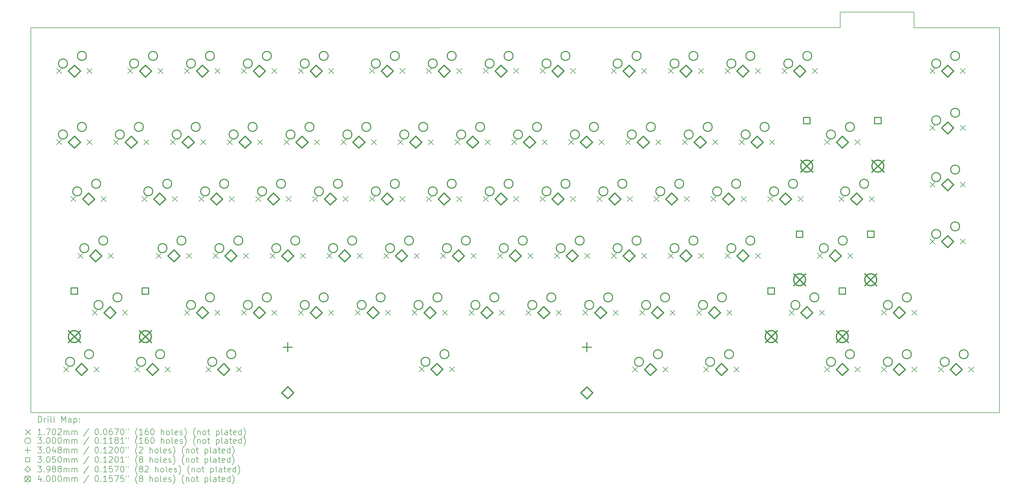
<source format=gbr>
%TF.GenerationSoftware,KiCad,Pcbnew,(6.0.10)*%
%TF.CreationDate,2023-03-11T21:04:26-08:00*%
%TF.ProjectId,keyboard,6b657962-6f61-4726-942e-6b696361645f,rev?*%
%TF.SameCoordinates,Original*%
%TF.FileFunction,Drillmap*%
%TF.FilePolarity,Positive*%
%FSLAX45Y45*%
G04 Gerber Fmt 4.5, Leading zero omitted, Abs format (unit mm)*
G04 Created by KiCad (PCBNEW (6.0.10)) date 2023-03-11 21:04:26*
%MOMM*%
%LPD*%
G01*
G04 APERTURE LIST*
%ADD10C,0.200000*%
%ADD11C,0.170180*%
%ADD12C,0.300000*%
%ADD13C,0.304800*%
%ADD14C,0.305000*%
%ADD15C,0.398780*%
%ADD16C,0.400000*%
G04 APERTURE END LIST*
D10*
X38536000Y-9704000D02*
X41010000Y-9702000D01*
X41010000Y-9702000D02*
X41008000Y-10227000D01*
X43874250Y-23130500D02*
G75*
G03*
X43874250Y-23130500I0J0D01*
G01*
X11441750Y-10224250D02*
G75*
G03*
X11441750Y-10224250I0J0D01*
G01*
X11441750Y-23130500D02*
G75*
G03*
X11441750Y-23130500I0J0D01*
G01*
X43874250Y-10224250D02*
X43874250Y-23130500D01*
X41008000Y-10227000D02*
X43874250Y-10224250D01*
X38536000Y-10219000D02*
X11441750Y-10224250D01*
X11441750Y-23130500D02*
X11441750Y-10224250D01*
X43874250Y-23130500D02*
X11441750Y-23130500D01*
X38536000Y-10219000D02*
X38536000Y-9704000D01*
D11*
X12301160Y-11591660D02*
X12471340Y-11761840D01*
X12471340Y-11591660D02*
X12301160Y-11761840D01*
X12301160Y-13972910D02*
X12471340Y-14143090D01*
X12471340Y-13972910D02*
X12301160Y-14143090D01*
X12539285Y-21592910D02*
X12709465Y-21763090D01*
X12709465Y-21592910D02*
X12539285Y-21763090D01*
X12777410Y-15877910D02*
X12947590Y-16048090D01*
X12947590Y-15877910D02*
X12777410Y-16048090D01*
X13015535Y-17782910D02*
X13185715Y-17953090D01*
X13185715Y-17782910D02*
X13015535Y-17953090D01*
X13317160Y-11591660D02*
X13487340Y-11761840D01*
X13487340Y-11591660D02*
X13317160Y-11761840D01*
X13317160Y-13972910D02*
X13487340Y-14143090D01*
X13487340Y-13972910D02*
X13317160Y-14143090D01*
X13491785Y-19687910D02*
X13661965Y-19858090D01*
X13661965Y-19687910D02*
X13491785Y-19858090D01*
X13555285Y-21592910D02*
X13725465Y-21763090D01*
X13725465Y-21592910D02*
X13555285Y-21763090D01*
X13793410Y-15877910D02*
X13963590Y-16048090D01*
X13963590Y-15877910D02*
X13793410Y-16048090D01*
X14031535Y-17782910D02*
X14201715Y-17953090D01*
X14201715Y-17782910D02*
X14031535Y-17953090D01*
X14206160Y-13972910D02*
X14376340Y-14143090D01*
X14376340Y-13972910D02*
X14206160Y-14143090D01*
X14507785Y-19687910D02*
X14677965Y-19858090D01*
X14677965Y-19687910D02*
X14507785Y-19858090D01*
X14682410Y-11591660D02*
X14852590Y-11761840D01*
X14852590Y-11591660D02*
X14682410Y-11761840D01*
X14920535Y-21592910D02*
X15090715Y-21763090D01*
X15090715Y-21592910D02*
X14920535Y-21763090D01*
X15158660Y-15877910D02*
X15328840Y-16048090D01*
X15328840Y-15877910D02*
X15158660Y-16048090D01*
X15222160Y-13972910D02*
X15392340Y-14143090D01*
X15392340Y-13972910D02*
X15222160Y-14143090D01*
X15634910Y-17782910D02*
X15805090Y-17953090D01*
X15805090Y-17782910D02*
X15634910Y-17953090D01*
X15698410Y-11591660D02*
X15868590Y-11761840D01*
X15868590Y-11591660D02*
X15698410Y-11761840D01*
X15936535Y-21592910D02*
X16106715Y-21763090D01*
X16106715Y-21592910D02*
X15936535Y-21763090D01*
X16111160Y-13972910D02*
X16281340Y-14143090D01*
X16281340Y-13972910D02*
X16111160Y-14143090D01*
X16174660Y-15877910D02*
X16344840Y-16048090D01*
X16344840Y-15877910D02*
X16174660Y-16048090D01*
X16587410Y-11591660D02*
X16757590Y-11761840D01*
X16757590Y-11591660D02*
X16587410Y-11761840D01*
X16587410Y-19687910D02*
X16757590Y-19858090D01*
X16757590Y-19687910D02*
X16587410Y-19858090D01*
X16650910Y-17782910D02*
X16821090Y-17953090D01*
X16821090Y-17782910D02*
X16650910Y-17953090D01*
X17063660Y-15877910D02*
X17233840Y-16048090D01*
X17233840Y-15877910D02*
X17063660Y-16048090D01*
X17127160Y-13972910D02*
X17297340Y-14143090D01*
X17297340Y-13972910D02*
X17127160Y-14143090D01*
X17301785Y-21592910D02*
X17471965Y-21763090D01*
X17471965Y-21592910D02*
X17301785Y-21763090D01*
X17539910Y-17782910D02*
X17710090Y-17953090D01*
X17710090Y-17782910D02*
X17539910Y-17953090D01*
X17603410Y-11591660D02*
X17773590Y-11761840D01*
X17773590Y-11591660D02*
X17603410Y-11761840D01*
X17603410Y-19687910D02*
X17773590Y-19858090D01*
X17773590Y-19687910D02*
X17603410Y-19858090D01*
X18016160Y-13972910D02*
X18186340Y-14143090D01*
X18186340Y-13972910D02*
X18016160Y-14143090D01*
X18079660Y-15877910D02*
X18249840Y-16048090D01*
X18249840Y-15877910D02*
X18079660Y-16048090D01*
X18317785Y-21592910D02*
X18487965Y-21763090D01*
X18487965Y-21592910D02*
X18317785Y-21763090D01*
X18492410Y-11591660D02*
X18662590Y-11761840D01*
X18662590Y-11591660D02*
X18492410Y-11761840D01*
X18492410Y-19687910D02*
X18662590Y-19858090D01*
X18662590Y-19687910D02*
X18492410Y-19858090D01*
X18555910Y-17782910D02*
X18726090Y-17953090D01*
X18726090Y-17782910D02*
X18555910Y-17953090D01*
X18968660Y-15877910D02*
X19138840Y-16048090D01*
X19138840Y-15877910D02*
X18968660Y-16048090D01*
X19032160Y-13972910D02*
X19202340Y-14143090D01*
X19202340Y-13972910D02*
X19032160Y-14143090D01*
X19444910Y-17782910D02*
X19615090Y-17953090D01*
X19615090Y-17782910D02*
X19444910Y-17953090D01*
X19508410Y-11591660D02*
X19678590Y-11761840D01*
X19678590Y-11591660D02*
X19508410Y-11761840D01*
X19508410Y-19687910D02*
X19678590Y-19858090D01*
X19678590Y-19687910D02*
X19508410Y-19858090D01*
X19921160Y-13972910D02*
X20091340Y-14143090D01*
X20091340Y-13972910D02*
X19921160Y-14143090D01*
X19984660Y-15877910D02*
X20154840Y-16048090D01*
X20154840Y-15877910D02*
X19984660Y-16048090D01*
X20397410Y-11591660D02*
X20567590Y-11761840D01*
X20567590Y-11591660D02*
X20397410Y-11761840D01*
X20397410Y-19687910D02*
X20567590Y-19858090D01*
X20567590Y-19687910D02*
X20397410Y-19858090D01*
X20460910Y-17782910D02*
X20631090Y-17953090D01*
X20631090Y-17782910D02*
X20460910Y-17953090D01*
X20873660Y-15877910D02*
X21043840Y-16048090D01*
X21043840Y-15877910D02*
X20873660Y-16048090D01*
X20937160Y-13972910D02*
X21107340Y-14143090D01*
X21107340Y-13972910D02*
X20937160Y-14143090D01*
X21349910Y-17782910D02*
X21520090Y-17953090D01*
X21520090Y-17782910D02*
X21349910Y-17953090D01*
X21413410Y-11591660D02*
X21583590Y-11761840D01*
X21583590Y-11591660D02*
X21413410Y-11761840D01*
X21413410Y-19687910D02*
X21583590Y-19858090D01*
X21583590Y-19687910D02*
X21413410Y-19858090D01*
X21826160Y-13972910D02*
X21996340Y-14143090D01*
X21996340Y-13972910D02*
X21826160Y-14143090D01*
X21889660Y-15877910D02*
X22059840Y-16048090D01*
X22059840Y-15877910D02*
X21889660Y-16048090D01*
X22302410Y-19687910D02*
X22472590Y-19858090D01*
X22472590Y-19687910D02*
X22302410Y-19858090D01*
X22365910Y-17782910D02*
X22536090Y-17953090D01*
X22536090Y-17782910D02*
X22365910Y-17953090D01*
X22778660Y-11591660D02*
X22948840Y-11761840D01*
X22948840Y-11591660D02*
X22778660Y-11761840D01*
X22778660Y-15877910D02*
X22948840Y-16048090D01*
X22948840Y-15877910D02*
X22778660Y-16048090D01*
X22842160Y-13972910D02*
X23012340Y-14143090D01*
X23012340Y-13972910D02*
X22842160Y-14143090D01*
X23254910Y-17782910D02*
X23425090Y-17953090D01*
X23425090Y-17782910D02*
X23254910Y-17953090D01*
X23318410Y-19687910D02*
X23488590Y-19858090D01*
X23488590Y-19687910D02*
X23318410Y-19858090D01*
X23731160Y-13972910D02*
X23901340Y-14143090D01*
X23901340Y-13972910D02*
X23731160Y-14143090D01*
X23794660Y-11591660D02*
X23964840Y-11761840D01*
X23964840Y-11591660D02*
X23794660Y-11761840D01*
X23794660Y-15877910D02*
X23964840Y-16048090D01*
X23964840Y-15877910D02*
X23794660Y-16048090D01*
X24207410Y-19687910D02*
X24377590Y-19858090D01*
X24377590Y-19687910D02*
X24207410Y-19858090D01*
X24270910Y-17782910D02*
X24441090Y-17953090D01*
X24441090Y-17782910D02*
X24270910Y-17953090D01*
X24441910Y-21590910D02*
X24612090Y-21761090D01*
X24612090Y-21590910D02*
X24441910Y-21761090D01*
X24683660Y-11591660D02*
X24853840Y-11761840D01*
X24853840Y-11591660D02*
X24683660Y-11761840D01*
X24683660Y-15877910D02*
X24853840Y-16048090D01*
X24853840Y-15877910D02*
X24683660Y-16048090D01*
X24747160Y-13972910D02*
X24917340Y-14143090D01*
X24917340Y-13972910D02*
X24747160Y-14143090D01*
X25159910Y-17782910D02*
X25330090Y-17953090D01*
X25330090Y-17782910D02*
X25159910Y-17953090D01*
X25223410Y-19687910D02*
X25393590Y-19858090D01*
X25393590Y-19687910D02*
X25223410Y-19858090D01*
X25457910Y-21590910D02*
X25628090Y-21761090D01*
X25628090Y-21590910D02*
X25457910Y-21761090D01*
X25636160Y-13972910D02*
X25806340Y-14143090D01*
X25806340Y-13972910D02*
X25636160Y-14143090D01*
X25699660Y-11591660D02*
X25869840Y-11761840D01*
X25869840Y-11591660D02*
X25699660Y-11761840D01*
X25699660Y-15877910D02*
X25869840Y-16048090D01*
X25869840Y-15877910D02*
X25699660Y-16048090D01*
X26112410Y-19687910D02*
X26282590Y-19858090D01*
X26282590Y-19687910D02*
X26112410Y-19858090D01*
X26175910Y-17782910D02*
X26346090Y-17953090D01*
X26346090Y-17782910D02*
X26175910Y-17953090D01*
X26588660Y-11591660D02*
X26758840Y-11761840D01*
X26758840Y-11591660D02*
X26588660Y-11761840D01*
X26588660Y-15877910D02*
X26758840Y-16048090D01*
X26758840Y-15877910D02*
X26588660Y-16048090D01*
X26652160Y-13972910D02*
X26822340Y-14143090D01*
X26822340Y-13972910D02*
X26652160Y-14143090D01*
X27064910Y-17782910D02*
X27235090Y-17953090D01*
X27235090Y-17782910D02*
X27064910Y-17953090D01*
X27128410Y-19687910D02*
X27298590Y-19858090D01*
X27298590Y-19687910D02*
X27128410Y-19858090D01*
X27541160Y-13972910D02*
X27711340Y-14143090D01*
X27711340Y-13972910D02*
X27541160Y-14143090D01*
X27604660Y-11591660D02*
X27774840Y-11761840D01*
X27774840Y-11591660D02*
X27604660Y-11761840D01*
X27604660Y-15877910D02*
X27774840Y-16048090D01*
X27774840Y-15877910D02*
X27604660Y-16048090D01*
X28017410Y-19687910D02*
X28187590Y-19858090D01*
X28187590Y-19687910D02*
X28017410Y-19858090D01*
X28080910Y-17782910D02*
X28251090Y-17953090D01*
X28251090Y-17782910D02*
X28080910Y-17953090D01*
X28493660Y-11591660D02*
X28663840Y-11761840D01*
X28663840Y-11591660D02*
X28493660Y-11761840D01*
X28493660Y-15877910D02*
X28663840Y-16048090D01*
X28663840Y-15877910D02*
X28493660Y-16048090D01*
X28557160Y-13972910D02*
X28727340Y-14143090D01*
X28727340Y-13972910D02*
X28557160Y-14143090D01*
X28969910Y-17782910D02*
X29140090Y-17953090D01*
X29140090Y-17782910D02*
X28969910Y-17953090D01*
X29033410Y-19687910D02*
X29203590Y-19858090D01*
X29203590Y-19687910D02*
X29033410Y-19858090D01*
X29446160Y-13972910D02*
X29616340Y-14143090D01*
X29616340Y-13972910D02*
X29446160Y-14143090D01*
X29509660Y-11591660D02*
X29679840Y-11761840D01*
X29679840Y-11591660D02*
X29509660Y-11761840D01*
X29509660Y-15877910D02*
X29679840Y-16048090D01*
X29679840Y-15877910D02*
X29509660Y-16048090D01*
X29922410Y-19687910D02*
X30092590Y-19858090D01*
X30092590Y-19687910D02*
X29922410Y-19858090D01*
X29985910Y-17782910D02*
X30156090Y-17953090D01*
X30156090Y-17782910D02*
X29985910Y-17953090D01*
X30398660Y-15877910D02*
X30568840Y-16048090D01*
X30568840Y-15877910D02*
X30398660Y-16048090D01*
X30462160Y-13972910D02*
X30632340Y-14143090D01*
X30632340Y-13972910D02*
X30462160Y-14143090D01*
X30874910Y-11591660D02*
X31045090Y-11761840D01*
X31045090Y-11591660D02*
X30874910Y-11761840D01*
X30874910Y-17782910D02*
X31045090Y-17953090D01*
X31045090Y-17782910D02*
X30874910Y-17953090D01*
X30938410Y-19687910D02*
X31108590Y-19858090D01*
X31108590Y-19687910D02*
X30938410Y-19858090D01*
X31351160Y-13972910D02*
X31521340Y-14143090D01*
X31521340Y-13972910D02*
X31351160Y-14143090D01*
X31414660Y-15877910D02*
X31584840Y-16048090D01*
X31584840Y-15877910D02*
X31414660Y-16048090D01*
X31589285Y-21592910D02*
X31759465Y-21763090D01*
X31759465Y-21592910D02*
X31589285Y-21763090D01*
X31827410Y-19687910D02*
X31997590Y-19858090D01*
X31997590Y-19687910D02*
X31827410Y-19858090D01*
X31890910Y-11591660D02*
X32061090Y-11761840D01*
X32061090Y-11591660D02*
X31890910Y-11761840D01*
X31890910Y-17782910D02*
X32061090Y-17953090D01*
X32061090Y-17782910D02*
X31890910Y-17953090D01*
X32303660Y-15877910D02*
X32473840Y-16048090D01*
X32473840Y-15877910D02*
X32303660Y-16048090D01*
X32367160Y-13972910D02*
X32537340Y-14143090D01*
X32537340Y-13972910D02*
X32367160Y-14143090D01*
X32605285Y-21592910D02*
X32775465Y-21763090D01*
X32775465Y-21592910D02*
X32605285Y-21763090D01*
X32779910Y-11591660D02*
X32950090Y-11761840D01*
X32950090Y-11591660D02*
X32779910Y-11761840D01*
X32779910Y-17782910D02*
X32950090Y-17953090D01*
X32950090Y-17782910D02*
X32779910Y-17953090D01*
X32843410Y-19687910D02*
X33013590Y-19858090D01*
X33013590Y-19687910D02*
X32843410Y-19858090D01*
X33256160Y-13972910D02*
X33426340Y-14143090D01*
X33426340Y-13972910D02*
X33256160Y-14143090D01*
X33319660Y-15877910D02*
X33489840Y-16048090D01*
X33489840Y-15877910D02*
X33319660Y-16048090D01*
X33732410Y-19687910D02*
X33902590Y-19858090D01*
X33902590Y-19687910D02*
X33732410Y-19858090D01*
X33795910Y-11591660D02*
X33966090Y-11761840D01*
X33966090Y-11591660D02*
X33795910Y-11761840D01*
X33795910Y-17782910D02*
X33966090Y-17953090D01*
X33966090Y-17782910D02*
X33795910Y-17953090D01*
X33970535Y-21592910D02*
X34140715Y-21763090D01*
X34140715Y-21592910D02*
X33970535Y-21763090D01*
X34208660Y-15877910D02*
X34378840Y-16048090D01*
X34378840Y-15877910D02*
X34208660Y-16048090D01*
X34272160Y-13972910D02*
X34442340Y-14143090D01*
X34442340Y-13972910D02*
X34272160Y-14143090D01*
X34684910Y-11591660D02*
X34855090Y-11761840D01*
X34855090Y-11591660D02*
X34684910Y-11761840D01*
X34684910Y-17782910D02*
X34855090Y-17953090D01*
X34855090Y-17782910D02*
X34684910Y-17953090D01*
X34748410Y-19687910D02*
X34918590Y-19858090D01*
X34918590Y-19687910D02*
X34748410Y-19858090D01*
X34986535Y-21592910D02*
X35156715Y-21763090D01*
X35156715Y-21592910D02*
X34986535Y-21763090D01*
X35161160Y-13972910D02*
X35331340Y-14143090D01*
X35331340Y-13972910D02*
X35161160Y-14143090D01*
X35224660Y-15877910D02*
X35394840Y-16048090D01*
X35394840Y-15877910D02*
X35224660Y-16048090D01*
X35700910Y-11591660D02*
X35871090Y-11761840D01*
X35871090Y-11591660D02*
X35700910Y-11761840D01*
X35700910Y-17782910D02*
X35871090Y-17953090D01*
X35871090Y-17782910D02*
X35700910Y-17953090D01*
X36113660Y-15877910D02*
X36283840Y-16048090D01*
X36283840Y-15877910D02*
X36113660Y-16048090D01*
X36177160Y-13972910D02*
X36347340Y-14143090D01*
X36347340Y-13972910D02*
X36177160Y-14143090D01*
X36589910Y-11591660D02*
X36760090Y-11761840D01*
X36760090Y-11591660D02*
X36589910Y-11761840D01*
X36828035Y-19687910D02*
X36998215Y-19858090D01*
X36998215Y-19687910D02*
X36828035Y-19858090D01*
X37129660Y-15877910D02*
X37299840Y-16048090D01*
X37299840Y-15877910D02*
X37129660Y-16048090D01*
X37605910Y-11591660D02*
X37776090Y-11761840D01*
X37776090Y-11591660D02*
X37605910Y-11761840D01*
X37780535Y-17782910D02*
X37950715Y-17953090D01*
X37950715Y-17782910D02*
X37780535Y-17953090D01*
X37844035Y-19687910D02*
X38014215Y-19858090D01*
X38014215Y-19687910D02*
X37844035Y-19858090D01*
X38018660Y-13972910D02*
X38188840Y-14143090D01*
X38188840Y-13972910D02*
X38018660Y-14143090D01*
X38018660Y-21592910D02*
X38188840Y-21763090D01*
X38188840Y-21592910D02*
X38018660Y-21763090D01*
X38494910Y-15877910D02*
X38665090Y-16048090D01*
X38665090Y-15877910D02*
X38494910Y-16048090D01*
X38796535Y-17782910D02*
X38966715Y-17953090D01*
X38966715Y-17782910D02*
X38796535Y-17953090D01*
X39034660Y-13972910D02*
X39204840Y-14143090D01*
X39204840Y-13972910D02*
X39034660Y-14143090D01*
X39034660Y-21592910D02*
X39204840Y-21763090D01*
X39204840Y-21592910D02*
X39034660Y-21763090D01*
X39510910Y-15877910D02*
X39681090Y-16048090D01*
X39681090Y-15877910D02*
X39510910Y-16048090D01*
X39923660Y-19687910D02*
X40093840Y-19858090D01*
X40093840Y-19687910D02*
X39923660Y-19858090D01*
X39923660Y-21592910D02*
X40093840Y-21763090D01*
X40093840Y-21592910D02*
X39923660Y-21763090D01*
X40939660Y-19687910D02*
X41109840Y-19858090D01*
X41109840Y-19687910D02*
X40939660Y-19858090D01*
X40939660Y-21592910D02*
X41109840Y-21763090D01*
X41109840Y-21592910D02*
X40939660Y-21763090D01*
X41542910Y-11591660D02*
X41713090Y-11761840D01*
X41713090Y-11591660D02*
X41542910Y-11761840D01*
X41542910Y-13496660D02*
X41713090Y-13666840D01*
X41713090Y-13496660D02*
X41542910Y-13666840D01*
X41542910Y-15401660D02*
X41713090Y-15571840D01*
X41713090Y-15401660D02*
X41542910Y-15571840D01*
X41542910Y-17306660D02*
X41713090Y-17476840D01*
X41713090Y-17306660D02*
X41542910Y-17476840D01*
X41828660Y-21592910D02*
X41998840Y-21763090D01*
X41998840Y-21592910D02*
X41828660Y-21763090D01*
X42558910Y-11591660D02*
X42729090Y-11761840D01*
X42729090Y-11591660D02*
X42558910Y-11761840D01*
X42558910Y-13496660D02*
X42729090Y-13666840D01*
X42729090Y-13496660D02*
X42558910Y-13666840D01*
X42558910Y-15401660D02*
X42729090Y-15571840D01*
X42729090Y-15401660D02*
X42558910Y-15571840D01*
X42558910Y-17306660D02*
X42729090Y-17476840D01*
X42729090Y-17306660D02*
X42558910Y-17476840D01*
X42844660Y-21592910D02*
X43014840Y-21763090D01*
X43014840Y-21592910D02*
X42844660Y-21763090D01*
D12*
X12663250Y-11422750D02*
G75*
G03*
X12663250Y-11422750I-150000J0D01*
G01*
X12663250Y-13804000D02*
G75*
G03*
X12663250Y-13804000I-150000J0D01*
G01*
X12901375Y-21424000D02*
G75*
G03*
X12901375Y-21424000I-150000J0D01*
G01*
X13139500Y-15709000D02*
G75*
G03*
X13139500Y-15709000I-150000J0D01*
G01*
X13298250Y-11168750D02*
G75*
G03*
X13298250Y-11168750I-150000J0D01*
G01*
X13298250Y-13550000D02*
G75*
G03*
X13298250Y-13550000I-150000J0D01*
G01*
X13377625Y-17614000D02*
G75*
G03*
X13377625Y-17614000I-150000J0D01*
G01*
X13536375Y-21170000D02*
G75*
G03*
X13536375Y-21170000I-150000J0D01*
G01*
X13774500Y-15455000D02*
G75*
G03*
X13774500Y-15455000I-150000J0D01*
G01*
X13853875Y-19519000D02*
G75*
G03*
X13853875Y-19519000I-150000J0D01*
G01*
X14012625Y-17360000D02*
G75*
G03*
X14012625Y-17360000I-150000J0D01*
G01*
X14488875Y-19265000D02*
G75*
G03*
X14488875Y-19265000I-150000J0D01*
G01*
X14568250Y-13804000D02*
G75*
G03*
X14568250Y-13804000I-150000J0D01*
G01*
X15044500Y-11422750D02*
G75*
G03*
X15044500Y-11422750I-150000J0D01*
G01*
X15203250Y-13550000D02*
G75*
G03*
X15203250Y-13550000I-150000J0D01*
G01*
X15282625Y-21424000D02*
G75*
G03*
X15282625Y-21424000I-150000J0D01*
G01*
X15520750Y-15709000D02*
G75*
G03*
X15520750Y-15709000I-150000J0D01*
G01*
X15679500Y-11168750D02*
G75*
G03*
X15679500Y-11168750I-150000J0D01*
G01*
X15917625Y-21170000D02*
G75*
G03*
X15917625Y-21170000I-150000J0D01*
G01*
X15997000Y-17614000D02*
G75*
G03*
X15997000Y-17614000I-150000J0D01*
G01*
X16155750Y-15455000D02*
G75*
G03*
X16155750Y-15455000I-150000J0D01*
G01*
X16473250Y-13804000D02*
G75*
G03*
X16473250Y-13804000I-150000J0D01*
G01*
X16632000Y-17360000D02*
G75*
G03*
X16632000Y-17360000I-150000J0D01*
G01*
X16949500Y-11422750D02*
G75*
G03*
X16949500Y-11422750I-150000J0D01*
G01*
X16949500Y-19519000D02*
G75*
G03*
X16949500Y-19519000I-150000J0D01*
G01*
X17108250Y-13550000D02*
G75*
G03*
X17108250Y-13550000I-150000J0D01*
G01*
X17425750Y-15709000D02*
G75*
G03*
X17425750Y-15709000I-150000J0D01*
G01*
X17584500Y-11168750D02*
G75*
G03*
X17584500Y-11168750I-150000J0D01*
G01*
X17584500Y-19265000D02*
G75*
G03*
X17584500Y-19265000I-150000J0D01*
G01*
X17663875Y-21424000D02*
G75*
G03*
X17663875Y-21424000I-150000J0D01*
G01*
X17902000Y-17614000D02*
G75*
G03*
X17902000Y-17614000I-150000J0D01*
G01*
X18060750Y-15455000D02*
G75*
G03*
X18060750Y-15455000I-150000J0D01*
G01*
X18298875Y-21170000D02*
G75*
G03*
X18298875Y-21170000I-150000J0D01*
G01*
X18378250Y-13804000D02*
G75*
G03*
X18378250Y-13804000I-150000J0D01*
G01*
X18537000Y-17360000D02*
G75*
G03*
X18537000Y-17360000I-150000J0D01*
G01*
X18854500Y-11422750D02*
G75*
G03*
X18854500Y-11422750I-150000J0D01*
G01*
X18854500Y-19519000D02*
G75*
G03*
X18854500Y-19519000I-150000J0D01*
G01*
X19013250Y-13550000D02*
G75*
G03*
X19013250Y-13550000I-150000J0D01*
G01*
X19330750Y-15709000D02*
G75*
G03*
X19330750Y-15709000I-150000J0D01*
G01*
X19489500Y-11168750D02*
G75*
G03*
X19489500Y-11168750I-150000J0D01*
G01*
X19489500Y-19265000D02*
G75*
G03*
X19489500Y-19265000I-150000J0D01*
G01*
X19807000Y-17614000D02*
G75*
G03*
X19807000Y-17614000I-150000J0D01*
G01*
X19965750Y-15455000D02*
G75*
G03*
X19965750Y-15455000I-150000J0D01*
G01*
X20283250Y-13804000D02*
G75*
G03*
X20283250Y-13804000I-150000J0D01*
G01*
X20442000Y-17360000D02*
G75*
G03*
X20442000Y-17360000I-150000J0D01*
G01*
X20759500Y-11422750D02*
G75*
G03*
X20759500Y-11422750I-150000J0D01*
G01*
X20759500Y-19519000D02*
G75*
G03*
X20759500Y-19519000I-150000J0D01*
G01*
X20918250Y-13550000D02*
G75*
G03*
X20918250Y-13550000I-150000J0D01*
G01*
X21235750Y-15709000D02*
G75*
G03*
X21235750Y-15709000I-150000J0D01*
G01*
X21394500Y-11168750D02*
G75*
G03*
X21394500Y-11168750I-150000J0D01*
G01*
X21394500Y-19265000D02*
G75*
G03*
X21394500Y-19265000I-150000J0D01*
G01*
X21712000Y-17614000D02*
G75*
G03*
X21712000Y-17614000I-150000J0D01*
G01*
X21870750Y-15455000D02*
G75*
G03*
X21870750Y-15455000I-150000J0D01*
G01*
X22188250Y-13804000D02*
G75*
G03*
X22188250Y-13804000I-150000J0D01*
G01*
X22347000Y-17360000D02*
G75*
G03*
X22347000Y-17360000I-150000J0D01*
G01*
X22664500Y-19519000D02*
G75*
G03*
X22664500Y-19519000I-150000J0D01*
G01*
X22823250Y-13550000D02*
G75*
G03*
X22823250Y-13550000I-150000J0D01*
G01*
X23140750Y-11422750D02*
G75*
G03*
X23140750Y-11422750I-150000J0D01*
G01*
X23140750Y-15709000D02*
G75*
G03*
X23140750Y-15709000I-150000J0D01*
G01*
X23299500Y-19265000D02*
G75*
G03*
X23299500Y-19265000I-150000J0D01*
G01*
X23617000Y-17614000D02*
G75*
G03*
X23617000Y-17614000I-150000J0D01*
G01*
X23775750Y-11168750D02*
G75*
G03*
X23775750Y-11168750I-150000J0D01*
G01*
X23775750Y-15455000D02*
G75*
G03*
X23775750Y-15455000I-150000J0D01*
G01*
X24093250Y-13804000D02*
G75*
G03*
X24093250Y-13804000I-150000J0D01*
G01*
X24252000Y-17360000D02*
G75*
G03*
X24252000Y-17360000I-150000J0D01*
G01*
X24569500Y-19519000D02*
G75*
G03*
X24569500Y-19519000I-150000J0D01*
G01*
X24728250Y-13550000D02*
G75*
G03*
X24728250Y-13550000I-150000J0D01*
G01*
X24804000Y-21422000D02*
G75*
G03*
X24804000Y-21422000I-150000J0D01*
G01*
X25045750Y-11422750D02*
G75*
G03*
X25045750Y-11422750I-150000J0D01*
G01*
X25045750Y-15709000D02*
G75*
G03*
X25045750Y-15709000I-150000J0D01*
G01*
X25204500Y-19265000D02*
G75*
G03*
X25204500Y-19265000I-150000J0D01*
G01*
X25439000Y-21168000D02*
G75*
G03*
X25439000Y-21168000I-150000J0D01*
G01*
X25522000Y-17614000D02*
G75*
G03*
X25522000Y-17614000I-150000J0D01*
G01*
X25680750Y-11168750D02*
G75*
G03*
X25680750Y-11168750I-150000J0D01*
G01*
X25680750Y-15455000D02*
G75*
G03*
X25680750Y-15455000I-150000J0D01*
G01*
X25998250Y-13804000D02*
G75*
G03*
X25998250Y-13804000I-150000J0D01*
G01*
X26157000Y-17360000D02*
G75*
G03*
X26157000Y-17360000I-150000J0D01*
G01*
X26474500Y-19519000D02*
G75*
G03*
X26474500Y-19519000I-150000J0D01*
G01*
X26633250Y-13550000D02*
G75*
G03*
X26633250Y-13550000I-150000J0D01*
G01*
X26950750Y-11422750D02*
G75*
G03*
X26950750Y-11422750I-150000J0D01*
G01*
X26950750Y-15709000D02*
G75*
G03*
X26950750Y-15709000I-150000J0D01*
G01*
X27109500Y-19265000D02*
G75*
G03*
X27109500Y-19265000I-150000J0D01*
G01*
X27427000Y-17614000D02*
G75*
G03*
X27427000Y-17614000I-150000J0D01*
G01*
X27585750Y-11168750D02*
G75*
G03*
X27585750Y-11168750I-150000J0D01*
G01*
X27585750Y-15455000D02*
G75*
G03*
X27585750Y-15455000I-150000J0D01*
G01*
X27903250Y-13804000D02*
G75*
G03*
X27903250Y-13804000I-150000J0D01*
G01*
X28062000Y-17360000D02*
G75*
G03*
X28062000Y-17360000I-150000J0D01*
G01*
X28379500Y-19519000D02*
G75*
G03*
X28379500Y-19519000I-150000J0D01*
G01*
X28538250Y-13550000D02*
G75*
G03*
X28538250Y-13550000I-150000J0D01*
G01*
X28855750Y-11422750D02*
G75*
G03*
X28855750Y-11422750I-150000J0D01*
G01*
X28855750Y-15709000D02*
G75*
G03*
X28855750Y-15709000I-150000J0D01*
G01*
X29014500Y-19265000D02*
G75*
G03*
X29014500Y-19265000I-150000J0D01*
G01*
X29332000Y-17614000D02*
G75*
G03*
X29332000Y-17614000I-150000J0D01*
G01*
X29490750Y-11168750D02*
G75*
G03*
X29490750Y-11168750I-150000J0D01*
G01*
X29490750Y-15455000D02*
G75*
G03*
X29490750Y-15455000I-150000J0D01*
G01*
X29808250Y-13804000D02*
G75*
G03*
X29808250Y-13804000I-150000J0D01*
G01*
X29967000Y-17360000D02*
G75*
G03*
X29967000Y-17360000I-150000J0D01*
G01*
X30284500Y-19519000D02*
G75*
G03*
X30284500Y-19519000I-150000J0D01*
G01*
X30443250Y-13550000D02*
G75*
G03*
X30443250Y-13550000I-150000J0D01*
G01*
X30760750Y-15709000D02*
G75*
G03*
X30760750Y-15709000I-150000J0D01*
G01*
X30919500Y-19265000D02*
G75*
G03*
X30919500Y-19265000I-150000J0D01*
G01*
X31237000Y-11422750D02*
G75*
G03*
X31237000Y-11422750I-150000J0D01*
G01*
X31237000Y-17614000D02*
G75*
G03*
X31237000Y-17614000I-150000J0D01*
G01*
X31395750Y-15455000D02*
G75*
G03*
X31395750Y-15455000I-150000J0D01*
G01*
X31713250Y-13804000D02*
G75*
G03*
X31713250Y-13804000I-150000J0D01*
G01*
X31872000Y-11168750D02*
G75*
G03*
X31872000Y-11168750I-150000J0D01*
G01*
X31872000Y-17360000D02*
G75*
G03*
X31872000Y-17360000I-150000J0D01*
G01*
X31951375Y-21424000D02*
G75*
G03*
X31951375Y-21424000I-150000J0D01*
G01*
X32189500Y-19519000D02*
G75*
G03*
X32189500Y-19519000I-150000J0D01*
G01*
X32348250Y-13550000D02*
G75*
G03*
X32348250Y-13550000I-150000J0D01*
G01*
X32586375Y-21170000D02*
G75*
G03*
X32586375Y-21170000I-150000J0D01*
G01*
X32665750Y-15709000D02*
G75*
G03*
X32665750Y-15709000I-150000J0D01*
G01*
X32824500Y-19265000D02*
G75*
G03*
X32824500Y-19265000I-150000J0D01*
G01*
X33142000Y-11422750D02*
G75*
G03*
X33142000Y-11422750I-150000J0D01*
G01*
X33142000Y-17614000D02*
G75*
G03*
X33142000Y-17614000I-150000J0D01*
G01*
X33300750Y-15455000D02*
G75*
G03*
X33300750Y-15455000I-150000J0D01*
G01*
X33618250Y-13804000D02*
G75*
G03*
X33618250Y-13804000I-150000J0D01*
G01*
X33777000Y-11168750D02*
G75*
G03*
X33777000Y-11168750I-150000J0D01*
G01*
X33777000Y-17360000D02*
G75*
G03*
X33777000Y-17360000I-150000J0D01*
G01*
X34094500Y-19519000D02*
G75*
G03*
X34094500Y-19519000I-150000J0D01*
G01*
X34253250Y-13550000D02*
G75*
G03*
X34253250Y-13550000I-150000J0D01*
G01*
X34332625Y-21424000D02*
G75*
G03*
X34332625Y-21424000I-150000J0D01*
G01*
X34570750Y-15709000D02*
G75*
G03*
X34570750Y-15709000I-150000J0D01*
G01*
X34729500Y-19265000D02*
G75*
G03*
X34729500Y-19265000I-150000J0D01*
G01*
X34967625Y-21170000D02*
G75*
G03*
X34967625Y-21170000I-150000J0D01*
G01*
X35047000Y-11422750D02*
G75*
G03*
X35047000Y-11422750I-150000J0D01*
G01*
X35047000Y-17614000D02*
G75*
G03*
X35047000Y-17614000I-150000J0D01*
G01*
X35205750Y-15455000D02*
G75*
G03*
X35205750Y-15455000I-150000J0D01*
G01*
X35523250Y-13804000D02*
G75*
G03*
X35523250Y-13804000I-150000J0D01*
G01*
X35682000Y-11168750D02*
G75*
G03*
X35682000Y-11168750I-150000J0D01*
G01*
X35682000Y-17360000D02*
G75*
G03*
X35682000Y-17360000I-150000J0D01*
G01*
X36158250Y-13550000D02*
G75*
G03*
X36158250Y-13550000I-150000J0D01*
G01*
X36475750Y-15709000D02*
G75*
G03*
X36475750Y-15709000I-150000J0D01*
G01*
X36952000Y-11422750D02*
G75*
G03*
X36952000Y-11422750I-150000J0D01*
G01*
X37110750Y-15455000D02*
G75*
G03*
X37110750Y-15455000I-150000J0D01*
G01*
X37190125Y-19519000D02*
G75*
G03*
X37190125Y-19519000I-150000J0D01*
G01*
X37587000Y-11168750D02*
G75*
G03*
X37587000Y-11168750I-150000J0D01*
G01*
X37825125Y-19265000D02*
G75*
G03*
X37825125Y-19265000I-150000J0D01*
G01*
X38142625Y-17614000D02*
G75*
G03*
X38142625Y-17614000I-150000J0D01*
G01*
X38380750Y-13804000D02*
G75*
G03*
X38380750Y-13804000I-150000J0D01*
G01*
X38380750Y-21424000D02*
G75*
G03*
X38380750Y-21424000I-150000J0D01*
G01*
X38777625Y-17360000D02*
G75*
G03*
X38777625Y-17360000I-150000J0D01*
G01*
X38857000Y-15709000D02*
G75*
G03*
X38857000Y-15709000I-150000J0D01*
G01*
X39015750Y-13550000D02*
G75*
G03*
X39015750Y-13550000I-150000J0D01*
G01*
X39015750Y-21170000D02*
G75*
G03*
X39015750Y-21170000I-150000J0D01*
G01*
X39492000Y-15455000D02*
G75*
G03*
X39492000Y-15455000I-150000J0D01*
G01*
X40285750Y-19519000D02*
G75*
G03*
X40285750Y-19519000I-150000J0D01*
G01*
X40285750Y-21424000D02*
G75*
G03*
X40285750Y-21424000I-150000J0D01*
G01*
X40920750Y-19265000D02*
G75*
G03*
X40920750Y-19265000I-150000J0D01*
G01*
X40920750Y-21170000D02*
G75*
G03*
X40920750Y-21170000I-150000J0D01*
G01*
X41905000Y-11422750D02*
G75*
G03*
X41905000Y-11422750I-150000J0D01*
G01*
X41905000Y-13327750D02*
G75*
G03*
X41905000Y-13327750I-150000J0D01*
G01*
X41905000Y-15232750D02*
G75*
G03*
X41905000Y-15232750I-150000J0D01*
G01*
X41905000Y-17137750D02*
G75*
G03*
X41905000Y-17137750I-150000J0D01*
G01*
X42190750Y-21424000D02*
G75*
G03*
X42190750Y-21424000I-150000J0D01*
G01*
X42540000Y-11168750D02*
G75*
G03*
X42540000Y-11168750I-150000J0D01*
G01*
X42540000Y-13073750D02*
G75*
G03*
X42540000Y-13073750I-150000J0D01*
G01*
X42540000Y-14978750D02*
G75*
G03*
X42540000Y-14978750I-150000J0D01*
G01*
X42540000Y-16883750D02*
G75*
G03*
X42540000Y-16883750I-150000J0D01*
G01*
X42825750Y-21170000D02*
G75*
G03*
X42825750Y-21170000I-150000J0D01*
G01*
D13*
X20037625Y-20780100D02*
X20037625Y-21084900D01*
X19885225Y-20932500D02*
X20190025Y-20932500D01*
X30054686Y-20787100D02*
X30054686Y-21091900D01*
X29902286Y-20939500D02*
X30207086Y-20939500D01*
D14*
X13001430Y-19162015D02*
X13001430Y-18946345D01*
X12785760Y-18946345D01*
X12785760Y-19162015D01*
X13001430Y-19162015D01*
X15381430Y-19162015D02*
X15381430Y-18946345D01*
X15165760Y-18946345D01*
X15165760Y-19162015D01*
X15381430Y-19162015D01*
X36337680Y-19162015D02*
X36337680Y-18946345D01*
X36122010Y-18946345D01*
X36122010Y-19162015D01*
X36337680Y-19162015D01*
X37290180Y-17257015D02*
X37290180Y-17041345D01*
X37074510Y-17041345D01*
X37074510Y-17257015D01*
X37290180Y-17257015D01*
X37528305Y-13447015D02*
X37528305Y-13231345D01*
X37312635Y-13231345D01*
X37312635Y-13447015D01*
X37528305Y-13447015D01*
X38717680Y-19162015D02*
X38717680Y-18946345D01*
X38502010Y-18946345D01*
X38502010Y-19162015D01*
X38717680Y-19162015D01*
X39670180Y-17257015D02*
X39670180Y-17041345D01*
X39454510Y-17041345D01*
X39454510Y-17257015D01*
X39670180Y-17257015D01*
X39908305Y-13447015D02*
X39908305Y-13231345D01*
X39692635Y-13231345D01*
X39692635Y-13447015D01*
X39908305Y-13447015D01*
D15*
X12894250Y-11876140D02*
X13093640Y-11676750D01*
X12894250Y-11477360D01*
X12694860Y-11676750D01*
X12894250Y-11876140D01*
X12894250Y-14257390D02*
X13093640Y-14058000D01*
X12894250Y-13858610D01*
X12694860Y-14058000D01*
X12894250Y-14257390D01*
X13132375Y-21877390D02*
X13331765Y-21678000D01*
X13132375Y-21478610D01*
X12932985Y-21678000D01*
X13132375Y-21877390D01*
X13370500Y-16162390D02*
X13569890Y-15963000D01*
X13370500Y-15763610D01*
X13171110Y-15963000D01*
X13370500Y-16162390D01*
X13608625Y-18067390D02*
X13808015Y-17868000D01*
X13608625Y-17668610D01*
X13409235Y-17868000D01*
X13608625Y-18067390D01*
X14084875Y-19972390D02*
X14284265Y-19773000D01*
X14084875Y-19573610D01*
X13885485Y-19773000D01*
X14084875Y-19972390D01*
X14799250Y-14257390D02*
X14998640Y-14058000D01*
X14799250Y-13858610D01*
X14599860Y-14058000D01*
X14799250Y-14257390D01*
X15275500Y-11876140D02*
X15474890Y-11676750D01*
X15275500Y-11477360D01*
X15076110Y-11676750D01*
X15275500Y-11876140D01*
X15513625Y-21877390D02*
X15713015Y-21678000D01*
X15513625Y-21478610D01*
X15314235Y-21678000D01*
X15513625Y-21877390D01*
X15751750Y-16162390D02*
X15951140Y-15963000D01*
X15751750Y-15763610D01*
X15552360Y-15963000D01*
X15751750Y-16162390D01*
X16228000Y-18067390D02*
X16427390Y-17868000D01*
X16228000Y-17668610D01*
X16028610Y-17868000D01*
X16228000Y-18067390D01*
X16704250Y-14257390D02*
X16903640Y-14058000D01*
X16704250Y-13858610D01*
X16504860Y-14058000D01*
X16704250Y-14257390D01*
X17180500Y-11876140D02*
X17379890Y-11676750D01*
X17180500Y-11477360D01*
X16981110Y-11676750D01*
X17180500Y-11876140D01*
X17180500Y-19972390D02*
X17379890Y-19773000D01*
X17180500Y-19573610D01*
X16981110Y-19773000D01*
X17180500Y-19972390D01*
X17656750Y-16162390D02*
X17856140Y-15963000D01*
X17656750Y-15763610D01*
X17457360Y-15963000D01*
X17656750Y-16162390D01*
X17894875Y-21877390D02*
X18094265Y-21678000D01*
X17894875Y-21478610D01*
X17695485Y-21678000D01*
X17894875Y-21877390D01*
X18133000Y-18067390D02*
X18332390Y-17868000D01*
X18133000Y-17668610D01*
X17933610Y-17868000D01*
X18133000Y-18067390D01*
X18609250Y-14257390D02*
X18808640Y-14058000D01*
X18609250Y-13858610D01*
X18409860Y-14058000D01*
X18609250Y-14257390D01*
X19085500Y-11876140D02*
X19284890Y-11676750D01*
X19085500Y-11477360D01*
X18886110Y-11676750D01*
X19085500Y-11876140D01*
X19085500Y-19972390D02*
X19284890Y-19773000D01*
X19085500Y-19573610D01*
X18886110Y-19773000D01*
X19085500Y-19972390D01*
X19561750Y-16162390D02*
X19761140Y-15963000D01*
X19561750Y-15763610D01*
X19362360Y-15963000D01*
X19561750Y-16162390D01*
X20037625Y-22655890D02*
X20237015Y-22456500D01*
X20037625Y-22257110D01*
X19838235Y-22456500D01*
X20037625Y-22655890D01*
X20038000Y-18067390D02*
X20237390Y-17868000D01*
X20038000Y-17668610D01*
X19838610Y-17868000D01*
X20038000Y-18067390D01*
X20514250Y-14257390D02*
X20713640Y-14058000D01*
X20514250Y-13858610D01*
X20314860Y-14058000D01*
X20514250Y-14257390D01*
X20990500Y-11876140D02*
X21189890Y-11676750D01*
X20990500Y-11477360D01*
X20791110Y-11676750D01*
X20990500Y-11876140D01*
X20990500Y-19972390D02*
X21189890Y-19773000D01*
X20990500Y-19573610D01*
X20791110Y-19773000D01*
X20990500Y-19972390D01*
X21466750Y-16162390D02*
X21666140Y-15963000D01*
X21466750Y-15763610D01*
X21267360Y-15963000D01*
X21466750Y-16162390D01*
X21943000Y-18067390D02*
X22142390Y-17868000D01*
X21943000Y-17668610D01*
X21743610Y-17868000D01*
X21943000Y-18067390D01*
X22419250Y-14257390D02*
X22618640Y-14058000D01*
X22419250Y-13858610D01*
X22219860Y-14058000D01*
X22419250Y-14257390D01*
X22895500Y-19972390D02*
X23094890Y-19773000D01*
X22895500Y-19573610D01*
X22696110Y-19773000D01*
X22895500Y-19972390D01*
X23371750Y-11876140D02*
X23571140Y-11676750D01*
X23371750Y-11477360D01*
X23172360Y-11676750D01*
X23371750Y-11876140D01*
X23371750Y-16162390D02*
X23571140Y-15963000D01*
X23371750Y-15763610D01*
X23172360Y-15963000D01*
X23371750Y-16162390D01*
X23848000Y-18067390D02*
X24047390Y-17868000D01*
X23848000Y-17668610D01*
X23648610Y-17868000D01*
X23848000Y-18067390D01*
X24324250Y-14257390D02*
X24523640Y-14058000D01*
X24324250Y-13858610D01*
X24124860Y-14058000D01*
X24324250Y-14257390D01*
X24800500Y-19972390D02*
X24999890Y-19773000D01*
X24800500Y-19573610D01*
X24601110Y-19773000D01*
X24800500Y-19972390D01*
X25035000Y-21875390D02*
X25234390Y-21676000D01*
X25035000Y-21476610D01*
X24835610Y-21676000D01*
X25035000Y-21875390D01*
X25276750Y-11876140D02*
X25476140Y-11676750D01*
X25276750Y-11477360D01*
X25077360Y-11676750D01*
X25276750Y-11876140D01*
X25276750Y-16162390D02*
X25476140Y-15963000D01*
X25276750Y-15763610D01*
X25077360Y-15963000D01*
X25276750Y-16162390D01*
X25753000Y-18067390D02*
X25952390Y-17868000D01*
X25753000Y-17668610D01*
X25553610Y-17868000D01*
X25753000Y-18067390D01*
X26229250Y-14257390D02*
X26428640Y-14058000D01*
X26229250Y-13858610D01*
X26029860Y-14058000D01*
X26229250Y-14257390D01*
X26705500Y-19972390D02*
X26904890Y-19773000D01*
X26705500Y-19573610D01*
X26506110Y-19773000D01*
X26705500Y-19972390D01*
X27181750Y-11876140D02*
X27381140Y-11676750D01*
X27181750Y-11477360D01*
X26982360Y-11676750D01*
X27181750Y-11876140D01*
X27181750Y-16162390D02*
X27381140Y-15963000D01*
X27181750Y-15763610D01*
X26982360Y-15963000D01*
X27181750Y-16162390D01*
X27658000Y-18067390D02*
X27857390Y-17868000D01*
X27658000Y-17668610D01*
X27458610Y-17868000D01*
X27658000Y-18067390D01*
X28134250Y-14257390D02*
X28333640Y-14058000D01*
X28134250Y-13858610D01*
X27934860Y-14058000D01*
X28134250Y-14257390D01*
X28610500Y-19972390D02*
X28809890Y-19773000D01*
X28610500Y-19573610D01*
X28411110Y-19773000D01*
X28610500Y-19972390D01*
X29086750Y-11876140D02*
X29286140Y-11676750D01*
X29086750Y-11477360D01*
X28887360Y-11676750D01*
X29086750Y-11876140D01*
X29086750Y-16162390D02*
X29286140Y-15963000D01*
X29086750Y-15763610D01*
X28887360Y-15963000D01*
X29086750Y-16162390D01*
X29563000Y-18067390D02*
X29762390Y-17868000D01*
X29563000Y-17668610D01*
X29363610Y-17868000D01*
X29563000Y-18067390D01*
X30039250Y-14257390D02*
X30238640Y-14058000D01*
X30039250Y-13858610D01*
X29839860Y-14058000D01*
X30039250Y-14257390D01*
X30054686Y-22662890D02*
X30254076Y-22463500D01*
X30054686Y-22264110D01*
X29855296Y-22463500D01*
X30054686Y-22662890D01*
X30515500Y-19972390D02*
X30714890Y-19773000D01*
X30515500Y-19573610D01*
X30316110Y-19773000D01*
X30515500Y-19972390D01*
X30991750Y-16162390D02*
X31191140Y-15963000D01*
X30991750Y-15763610D01*
X30792360Y-15963000D01*
X30991750Y-16162390D01*
X31468000Y-11876140D02*
X31667390Y-11676750D01*
X31468000Y-11477360D01*
X31268610Y-11676750D01*
X31468000Y-11876140D01*
X31468000Y-18067390D02*
X31667390Y-17868000D01*
X31468000Y-17668610D01*
X31268610Y-17868000D01*
X31468000Y-18067390D01*
X31944250Y-14257390D02*
X32143640Y-14058000D01*
X31944250Y-13858610D01*
X31744860Y-14058000D01*
X31944250Y-14257390D01*
X32182375Y-21877390D02*
X32381765Y-21678000D01*
X32182375Y-21478610D01*
X31982985Y-21678000D01*
X32182375Y-21877390D01*
X32420500Y-19972390D02*
X32619890Y-19773000D01*
X32420500Y-19573610D01*
X32221110Y-19773000D01*
X32420500Y-19972390D01*
X32896750Y-16162390D02*
X33096140Y-15963000D01*
X32896750Y-15763610D01*
X32697360Y-15963000D01*
X32896750Y-16162390D01*
X33373000Y-11876140D02*
X33572390Y-11676750D01*
X33373000Y-11477360D01*
X33173610Y-11676750D01*
X33373000Y-11876140D01*
X33373000Y-18067390D02*
X33572390Y-17868000D01*
X33373000Y-17668610D01*
X33173610Y-17868000D01*
X33373000Y-18067390D01*
X33849250Y-14257390D02*
X34048640Y-14058000D01*
X33849250Y-13858610D01*
X33649860Y-14058000D01*
X33849250Y-14257390D01*
X34325500Y-19972390D02*
X34524890Y-19773000D01*
X34325500Y-19573610D01*
X34126110Y-19773000D01*
X34325500Y-19972390D01*
X34563625Y-21877390D02*
X34763015Y-21678000D01*
X34563625Y-21478610D01*
X34364235Y-21678000D01*
X34563625Y-21877390D01*
X34801750Y-16162390D02*
X35001140Y-15963000D01*
X34801750Y-15763610D01*
X34602360Y-15963000D01*
X34801750Y-16162390D01*
X35278000Y-11876140D02*
X35477390Y-11676750D01*
X35278000Y-11477360D01*
X35078610Y-11676750D01*
X35278000Y-11876140D01*
X35278000Y-18067390D02*
X35477390Y-17868000D01*
X35278000Y-17668610D01*
X35078610Y-17868000D01*
X35278000Y-18067390D01*
X35754250Y-14257390D02*
X35953640Y-14058000D01*
X35754250Y-13858610D01*
X35554860Y-14058000D01*
X35754250Y-14257390D01*
X36706750Y-16162390D02*
X36906140Y-15963000D01*
X36706750Y-15763610D01*
X36507360Y-15963000D01*
X36706750Y-16162390D01*
X37183000Y-11876140D02*
X37382390Y-11676750D01*
X37183000Y-11477360D01*
X36983610Y-11676750D01*
X37183000Y-11876140D01*
X37421125Y-19972390D02*
X37620515Y-19773000D01*
X37421125Y-19573610D01*
X37221735Y-19773000D01*
X37421125Y-19972390D01*
X38373625Y-18067390D02*
X38573015Y-17868000D01*
X38373625Y-17668610D01*
X38174235Y-17868000D01*
X38373625Y-18067390D01*
X38611750Y-14257390D02*
X38811140Y-14058000D01*
X38611750Y-13858610D01*
X38412360Y-14058000D01*
X38611750Y-14257390D01*
X38611750Y-21877390D02*
X38811140Y-21678000D01*
X38611750Y-21478610D01*
X38412360Y-21678000D01*
X38611750Y-21877390D01*
X39088000Y-16162390D02*
X39287390Y-15963000D01*
X39088000Y-15763610D01*
X38888610Y-15963000D01*
X39088000Y-16162390D01*
X40516750Y-19972390D02*
X40716140Y-19773000D01*
X40516750Y-19573610D01*
X40317360Y-19773000D01*
X40516750Y-19972390D01*
X40516750Y-21877390D02*
X40716140Y-21678000D01*
X40516750Y-21478610D01*
X40317360Y-21678000D01*
X40516750Y-21877390D01*
X42136000Y-11876140D02*
X42335390Y-11676750D01*
X42136000Y-11477360D01*
X41936610Y-11676750D01*
X42136000Y-11876140D01*
X42136000Y-13781140D02*
X42335390Y-13581750D01*
X42136000Y-13382360D01*
X41936610Y-13581750D01*
X42136000Y-13781140D01*
X42136000Y-15686140D02*
X42335390Y-15486750D01*
X42136000Y-15287360D01*
X41936610Y-15486750D01*
X42136000Y-15686140D01*
X42136000Y-17591140D02*
X42335390Y-17391750D01*
X42136000Y-17192360D01*
X41936610Y-17391750D01*
X42136000Y-17591140D01*
X42421750Y-21877390D02*
X42621140Y-21678000D01*
X42421750Y-21478610D01*
X42222360Y-21678000D01*
X42421750Y-21877390D01*
D16*
X12693595Y-20378180D02*
X13093595Y-20778180D01*
X13093595Y-20378180D02*
X12693595Y-20778180D01*
X13093595Y-20578180D02*
G75*
G03*
X13093595Y-20578180I-200000J0D01*
G01*
X15073595Y-20378180D02*
X15473595Y-20778180D01*
X15473595Y-20378180D02*
X15073595Y-20778180D01*
X15473595Y-20578180D02*
G75*
G03*
X15473595Y-20578180I-200000J0D01*
G01*
X36029845Y-20378180D02*
X36429845Y-20778180D01*
X36429845Y-20378180D02*
X36029845Y-20778180D01*
X36429845Y-20578180D02*
G75*
G03*
X36429845Y-20578180I-200000J0D01*
G01*
X36982345Y-18473180D02*
X37382345Y-18873180D01*
X37382345Y-18473180D02*
X36982345Y-18873180D01*
X37382345Y-18673180D02*
G75*
G03*
X37382345Y-18673180I-200000J0D01*
G01*
X37220470Y-14663180D02*
X37620470Y-15063180D01*
X37620470Y-14663180D02*
X37220470Y-15063180D01*
X37620470Y-14863180D02*
G75*
G03*
X37620470Y-14863180I-200000J0D01*
G01*
X38409845Y-20378180D02*
X38809845Y-20778180D01*
X38809845Y-20378180D02*
X38409845Y-20778180D01*
X38809845Y-20578180D02*
G75*
G03*
X38809845Y-20578180I-200000J0D01*
G01*
X39362345Y-18473180D02*
X39762345Y-18873180D01*
X39762345Y-18473180D02*
X39362345Y-18873180D01*
X39762345Y-18673180D02*
G75*
G03*
X39762345Y-18673180I-200000J0D01*
G01*
X39600470Y-14663180D02*
X40000470Y-15063180D01*
X40000470Y-14663180D02*
X39600470Y-15063180D01*
X40000470Y-14863180D02*
G75*
G03*
X40000470Y-14863180I-200000J0D01*
G01*
D10*
X11689369Y-23450976D02*
X11689369Y-23250976D01*
X11736988Y-23250976D01*
X11765559Y-23260500D01*
X11784607Y-23279548D01*
X11794131Y-23298595D01*
X11803655Y-23336690D01*
X11803655Y-23365262D01*
X11794131Y-23403357D01*
X11784607Y-23422405D01*
X11765559Y-23441452D01*
X11736988Y-23450976D01*
X11689369Y-23450976D01*
X11889369Y-23450976D02*
X11889369Y-23317643D01*
X11889369Y-23355738D02*
X11898893Y-23336690D01*
X11908417Y-23327167D01*
X11927464Y-23317643D01*
X11946512Y-23317643D01*
X12013178Y-23450976D02*
X12013178Y-23317643D01*
X12013178Y-23250976D02*
X12003655Y-23260500D01*
X12013178Y-23270024D01*
X12022702Y-23260500D01*
X12013178Y-23250976D01*
X12013178Y-23270024D01*
X12136988Y-23450976D02*
X12117940Y-23441452D01*
X12108417Y-23422405D01*
X12108417Y-23250976D01*
X12241750Y-23450976D02*
X12222702Y-23441452D01*
X12213178Y-23422405D01*
X12213178Y-23250976D01*
X12470321Y-23450976D02*
X12470321Y-23250976D01*
X12536988Y-23393833D01*
X12603655Y-23250976D01*
X12603655Y-23450976D01*
X12784607Y-23450976D02*
X12784607Y-23346214D01*
X12775083Y-23327167D01*
X12756036Y-23317643D01*
X12717940Y-23317643D01*
X12698893Y-23327167D01*
X12784607Y-23441452D02*
X12765559Y-23450976D01*
X12717940Y-23450976D01*
X12698893Y-23441452D01*
X12689369Y-23422405D01*
X12689369Y-23403357D01*
X12698893Y-23384309D01*
X12717940Y-23374786D01*
X12765559Y-23374786D01*
X12784607Y-23365262D01*
X12879845Y-23317643D02*
X12879845Y-23517643D01*
X12879845Y-23327167D02*
X12898893Y-23317643D01*
X12936988Y-23317643D01*
X12956036Y-23327167D01*
X12965559Y-23336690D01*
X12975083Y-23355738D01*
X12975083Y-23412881D01*
X12965559Y-23431928D01*
X12956036Y-23441452D01*
X12936988Y-23450976D01*
X12898893Y-23450976D01*
X12879845Y-23441452D01*
X13060798Y-23431928D02*
X13070321Y-23441452D01*
X13060798Y-23450976D01*
X13051274Y-23441452D01*
X13060798Y-23431928D01*
X13060798Y-23450976D01*
X13060798Y-23327167D02*
X13070321Y-23336690D01*
X13060798Y-23346214D01*
X13051274Y-23336690D01*
X13060798Y-23327167D01*
X13060798Y-23346214D01*
D11*
X11261570Y-23695410D02*
X11431750Y-23865590D01*
X11431750Y-23695410D02*
X11261570Y-23865590D01*
D10*
X11794131Y-23870976D02*
X11679845Y-23870976D01*
X11736988Y-23870976D02*
X11736988Y-23670976D01*
X11717940Y-23699548D01*
X11698893Y-23718595D01*
X11679845Y-23728119D01*
X11879845Y-23851928D02*
X11889369Y-23861452D01*
X11879845Y-23870976D01*
X11870321Y-23861452D01*
X11879845Y-23851928D01*
X11879845Y-23870976D01*
X11956036Y-23670976D02*
X12089369Y-23670976D01*
X12003655Y-23870976D01*
X12203655Y-23670976D02*
X12222702Y-23670976D01*
X12241750Y-23680500D01*
X12251274Y-23690024D01*
X12260798Y-23709071D01*
X12270321Y-23747167D01*
X12270321Y-23794786D01*
X12260798Y-23832881D01*
X12251274Y-23851928D01*
X12241750Y-23861452D01*
X12222702Y-23870976D01*
X12203655Y-23870976D01*
X12184607Y-23861452D01*
X12175083Y-23851928D01*
X12165559Y-23832881D01*
X12156036Y-23794786D01*
X12156036Y-23747167D01*
X12165559Y-23709071D01*
X12175083Y-23690024D01*
X12184607Y-23680500D01*
X12203655Y-23670976D01*
X12346512Y-23690024D02*
X12356036Y-23680500D01*
X12375083Y-23670976D01*
X12422702Y-23670976D01*
X12441750Y-23680500D01*
X12451274Y-23690024D01*
X12460798Y-23709071D01*
X12460798Y-23728119D01*
X12451274Y-23756690D01*
X12336988Y-23870976D01*
X12460798Y-23870976D01*
X12546512Y-23870976D02*
X12546512Y-23737643D01*
X12546512Y-23756690D02*
X12556036Y-23747167D01*
X12575083Y-23737643D01*
X12603655Y-23737643D01*
X12622702Y-23747167D01*
X12632226Y-23766214D01*
X12632226Y-23870976D01*
X12632226Y-23766214D02*
X12641750Y-23747167D01*
X12660798Y-23737643D01*
X12689369Y-23737643D01*
X12708417Y-23747167D01*
X12717940Y-23766214D01*
X12717940Y-23870976D01*
X12813178Y-23870976D02*
X12813178Y-23737643D01*
X12813178Y-23756690D02*
X12822702Y-23747167D01*
X12841750Y-23737643D01*
X12870321Y-23737643D01*
X12889369Y-23747167D01*
X12898893Y-23766214D01*
X12898893Y-23870976D01*
X12898893Y-23766214D02*
X12908417Y-23747167D01*
X12927464Y-23737643D01*
X12956036Y-23737643D01*
X12975083Y-23747167D01*
X12984607Y-23766214D01*
X12984607Y-23870976D01*
X13375083Y-23661452D02*
X13203655Y-23918595D01*
X13632226Y-23670976D02*
X13651274Y-23670976D01*
X13670321Y-23680500D01*
X13679845Y-23690024D01*
X13689369Y-23709071D01*
X13698893Y-23747167D01*
X13698893Y-23794786D01*
X13689369Y-23832881D01*
X13679845Y-23851928D01*
X13670321Y-23861452D01*
X13651274Y-23870976D01*
X13632226Y-23870976D01*
X13613178Y-23861452D01*
X13603655Y-23851928D01*
X13594131Y-23832881D01*
X13584607Y-23794786D01*
X13584607Y-23747167D01*
X13594131Y-23709071D01*
X13603655Y-23690024D01*
X13613178Y-23680500D01*
X13632226Y-23670976D01*
X13784607Y-23851928D02*
X13794131Y-23861452D01*
X13784607Y-23870976D01*
X13775083Y-23861452D01*
X13784607Y-23851928D01*
X13784607Y-23870976D01*
X13917940Y-23670976D02*
X13936988Y-23670976D01*
X13956036Y-23680500D01*
X13965559Y-23690024D01*
X13975083Y-23709071D01*
X13984607Y-23747167D01*
X13984607Y-23794786D01*
X13975083Y-23832881D01*
X13965559Y-23851928D01*
X13956036Y-23861452D01*
X13936988Y-23870976D01*
X13917940Y-23870976D01*
X13898893Y-23861452D01*
X13889369Y-23851928D01*
X13879845Y-23832881D01*
X13870321Y-23794786D01*
X13870321Y-23747167D01*
X13879845Y-23709071D01*
X13889369Y-23690024D01*
X13898893Y-23680500D01*
X13917940Y-23670976D01*
X14156036Y-23670976D02*
X14117940Y-23670976D01*
X14098893Y-23680500D01*
X14089369Y-23690024D01*
X14070321Y-23718595D01*
X14060798Y-23756690D01*
X14060798Y-23832881D01*
X14070321Y-23851928D01*
X14079845Y-23861452D01*
X14098893Y-23870976D01*
X14136988Y-23870976D01*
X14156036Y-23861452D01*
X14165559Y-23851928D01*
X14175083Y-23832881D01*
X14175083Y-23785262D01*
X14165559Y-23766214D01*
X14156036Y-23756690D01*
X14136988Y-23747167D01*
X14098893Y-23747167D01*
X14079845Y-23756690D01*
X14070321Y-23766214D01*
X14060798Y-23785262D01*
X14241750Y-23670976D02*
X14375083Y-23670976D01*
X14289369Y-23870976D01*
X14489369Y-23670976D02*
X14508417Y-23670976D01*
X14527464Y-23680500D01*
X14536988Y-23690024D01*
X14546512Y-23709071D01*
X14556036Y-23747167D01*
X14556036Y-23794786D01*
X14546512Y-23832881D01*
X14536988Y-23851928D01*
X14527464Y-23861452D01*
X14508417Y-23870976D01*
X14489369Y-23870976D01*
X14470321Y-23861452D01*
X14460798Y-23851928D01*
X14451274Y-23832881D01*
X14441750Y-23794786D01*
X14441750Y-23747167D01*
X14451274Y-23709071D01*
X14460798Y-23690024D01*
X14470321Y-23680500D01*
X14489369Y-23670976D01*
X14632226Y-23670976D02*
X14632226Y-23709071D01*
X14708417Y-23670976D02*
X14708417Y-23709071D01*
X15003655Y-23947167D02*
X14994131Y-23937643D01*
X14975083Y-23909071D01*
X14965559Y-23890024D01*
X14956036Y-23861452D01*
X14946512Y-23813833D01*
X14946512Y-23775738D01*
X14956036Y-23728119D01*
X14965559Y-23699548D01*
X14975083Y-23680500D01*
X14994131Y-23651928D01*
X15003655Y-23642405D01*
X15184607Y-23870976D02*
X15070321Y-23870976D01*
X15127464Y-23870976D02*
X15127464Y-23670976D01*
X15108417Y-23699548D01*
X15089369Y-23718595D01*
X15070321Y-23728119D01*
X15356036Y-23670976D02*
X15317940Y-23670976D01*
X15298893Y-23680500D01*
X15289369Y-23690024D01*
X15270321Y-23718595D01*
X15260798Y-23756690D01*
X15260798Y-23832881D01*
X15270321Y-23851928D01*
X15279845Y-23861452D01*
X15298893Y-23870976D01*
X15336988Y-23870976D01*
X15356036Y-23861452D01*
X15365559Y-23851928D01*
X15375083Y-23832881D01*
X15375083Y-23785262D01*
X15365559Y-23766214D01*
X15356036Y-23756690D01*
X15336988Y-23747167D01*
X15298893Y-23747167D01*
X15279845Y-23756690D01*
X15270321Y-23766214D01*
X15260798Y-23785262D01*
X15498893Y-23670976D02*
X15517940Y-23670976D01*
X15536988Y-23680500D01*
X15546512Y-23690024D01*
X15556036Y-23709071D01*
X15565559Y-23747167D01*
X15565559Y-23794786D01*
X15556036Y-23832881D01*
X15546512Y-23851928D01*
X15536988Y-23861452D01*
X15517940Y-23870976D01*
X15498893Y-23870976D01*
X15479845Y-23861452D01*
X15470321Y-23851928D01*
X15460798Y-23832881D01*
X15451274Y-23794786D01*
X15451274Y-23747167D01*
X15460798Y-23709071D01*
X15470321Y-23690024D01*
X15479845Y-23680500D01*
X15498893Y-23670976D01*
X15803655Y-23870976D02*
X15803655Y-23670976D01*
X15889369Y-23870976D02*
X15889369Y-23766214D01*
X15879845Y-23747167D01*
X15860798Y-23737643D01*
X15832226Y-23737643D01*
X15813178Y-23747167D01*
X15803655Y-23756690D01*
X16013178Y-23870976D02*
X15994131Y-23861452D01*
X15984607Y-23851928D01*
X15975083Y-23832881D01*
X15975083Y-23775738D01*
X15984607Y-23756690D01*
X15994131Y-23747167D01*
X16013178Y-23737643D01*
X16041750Y-23737643D01*
X16060798Y-23747167D01*
X16070321Y-23756690D01*
X16079845Y-23775738D01*
X16079845Y-23832881D01*
X16070321Y-23851928D01*
X16060798Y-23861452D01*
X16041750Y-23870976D01*
X16013178Y-23870976D01*
X16194131Y-23870976D02*
X16175083Y-23861452D01*
X16165559Y-23842405D01*
X16165559Y-23670976D01*
X16346512Y-23861452D02*
X16327464Y-23870976D01*
X16289369Y-23870976D01*
X16270321Y-23861452D01*
X16260798Y-23842405D01*
X16260798Y-23766214D01*
X16270321Y-23747167D01*
X16289369Y-23737643D01*
X16327464Y-23737643D01*
X16346512Y-23747167D01*
X16356036Y-23766214D01*
X16356036Y-23785262D01*
X16260798Y-23804309D01*
X16432226Y-23861452D02*
X16451274Y-23870976D01*
X16489369Y-23870976D01*
X16508417Y-23861452D01*
X16517940Y-23842405D01*
X16517940Y-23832881D01*
X16508417Y-23813833D01*
X16489369Y-23804309D01*
X16460798Y-23804309D01*
X16441750Y-23794786D01*
X16432226Y-23775738D01*
X16432226Y-23766214D01*
X16441750Y-23747167D01*
X16460798Y-23737643D01*
X16489369Y-23737643D01*
X16508417Y-23747167D01*
X16584607Y-23947167D02*
X16594131Y-23937643D01*
X16613178Y-23909071D01*
X16622702Y-23890024D01*
X16632226Y-23861452D01*
X16641750Y-23813833D01*
X16641750Y-23775738D01*
X16632226Y-23728119D01*
X16622702Y-23699548D01*
X16613178Y-23680500D01*
X16594131Y-23651928D01*
X16584607Y-23642405D01*
X16946512Y-23947167D02*
X16936988Y-23937643D01*
X16917940Y-23909071D01*
X16908417Y-23890024D01*
X16898893Y-23861452D01*
X16889369Y-23813833D01*
X16889369Y-23775738D01*
X16898893Y-23728119D01*
X16908417Y-23699548D01*
X16917940Y-23680500D01*
X16936988Y-23651928D01*
X16946512Y-23642405D01*
X17022702Y-23737643D02*
X17022702Y-23870976D01*
X17022702Y-23756690D02*
X17032226Y-23747167D01*
X17051274Y-23737643D01*
X17079845Y-23737643D01*
X17098893Y-23747167D01*
X17108417Y-23766214D01*
X17108417Y-23870976D01*
X17232226Y-23870976D02*
X17213179Y-23861452D01*
X17203655Y-23851928D01*
X17194131Y-23832881D01*
X17194131Y-23775738D01*
X17203655Y-23756690D01*
X17213179Y-23747167D01*
X17232226Y-23737643D01*
X17260798Y-23737643D01*
X17279845Y-23747167D01*
X17289369Y-23756690D01*
X17298893Y-23775738D01*
X17298893Y-23832881D01*
X17289369Y-23851928D01*
X17279845Y-23861452D01*
X17260798Y-23870976D01*
X17232226Y-23870976D01*
X17356036Y-23737643D02*
X17432226Y-23737643D01*
X17384607Y-23670976D02*
X17384607Y-23842405D01*
X17394131Y-23861452D01*
X17413179Y-23870976D01*
X17432226Y-23870976D01*
X17651274Y-23737643D02*
X17651274Y-23937643D01*
X17651274Y-23747167D02*
X17670321Y-23737643D01*
X17708417Y-23737643D01*
X17727464Y-23747167D01*
X17736988Y-23756690D01*
X17746512Y-23775738D01*
X17746512Y-23832881D01*
X17736988Y-23851928D01*
X17727464Y-23861452D01*
X17708417Y-23870976D01*
X17670321Y-23870976D01*
X17651274Y-23861452D01*
X17860798Y-23870976D02*
X17841750Y-23861452D01*
X17832226Y-23842405D01*
X17832226Y-23670976D01*
X18022702Y-23870976D02*
X18022702Y-23766214D01*
X18013179Y-23747167D01*
X17994131Y-23737643D01*
X17956036Y-23737643D01*
X17936988Y-23747167D01*
X18022702Y-23861452D02*
X18003655Y-23870976D01*
X17956036Y-23870976D01*
X17936988Y-23861452D01*
X17927464Y-23842405D01*
X17927464Y-23823357D01*
X17936988Y-23804309D01*
X17956036Y-23794786D01*
X18003655Y-23794786D01*
X18022702Y-23785262D01*
X18089369Y-23737643D02*
X18165560Y-23737643D01*
X18117940Y-23670976D02*
X18117940Y-23842405D01*
X18127464Y-23861452D01*
X18146512Y-23870976D01*
X18165560Y-23870976D01*
X18308417Y-23861452D02*
X18289369Y-23870976D01*
X18251274Y-23870976D01*
X18232226Y-23861452D01*
X18222702Y-23842405D01*
X18222702Y-23766214D01*
X18232226Y-23747167D01*
X18251274Y-23737643D01*
X18289369Y-23737643D01*
X18308417Y-23747167D01*
X18317940Y-23766214D01*
X18317940Y-23785262D01*
X18222702Y-23804309D01*
X18489369Y-23870976D02*
X18489369Y-23670976D01*
X18489369Y-23861452D02*
X18470321Y-23870976D01*
X18432226Y-23870976D01*
X18413179Y-23861452D01*
X18403655Y-23851928D01*
X18394131Y-23832881D01*
X18394131Y-23775738D01*
X18403655Y-23756690D01*
X18413179Y-23747167D01*
X18432226Y-23737643D01*
X18470321Y-23737643D01*
X18489369Y-23747167D01*
X18565560Y-23947167D02*
X18575083Y-23937643D01*
X18594131Y-23909071D01*
X18603655Y-23890024D01*
X18613179Y-23861452D01*
X18622702Y-23813833D01*
X18622702Y-23775738D01*
X18613179Y-23728119D01*
X18603655Y-23699548D01*
X18594131Y-23680500D01*
X18575083Y-23651928D01*
X18565560Y-23642405D01*
X11431750Y-24070680D02*
G75*
G03*
X11431750Y-24070680I-100000J0D01*
G01*
X11670321Y-23961156D02*
X11794131Y-23961156D01*
X11727464Y-24037347D01*
X11756036Y-24037347D01*
X11775083Y-24046870D01*
X11784607Y-24056394D01*
X11794131Y-24075442D01*
X11794131Y-24123061D01*
X11784607Y-24142108D01*
X11775083Y-24151632D01*
X11756036Y-24161156D01*
X11698893Y-24161156D01*
X11679845Y-24151632D01*
X11670321Y-24142108D01*
X11879845Y-24142108D02*
X11889369Y-24151632D01*
X11879845Y-24161156D01*
X11870321Y-24151632D01*
X11879845Y-24142108D01*
X11879845Y-24161156D01*
X12013178Y-23961156D02*
X12032226Y-23961156D01*
X12051274Y-23970680D01*
X12060798Y-23980204D01*
X12070321Y-23999251D01*
X12079845Y-24037347D01*
X12079845Y-24084966D01*
X12070321Y-24123061D01*
X12060798Y-24142108D01*
X12051274Y-24151632D01*
X12032226Y-24161156D01*
X12013178Y-24161156D01*
X11994131Y-24151632D01*
X11984607Y-24142108D01*
X11975083Y-24123061D01*
X11965559Y-24084966D01*
X11965559Y-24037347D01*
X11975083Y-23999251D01*
X11984607Y-23980204D01*
X11994131Y-23970680D01*
X12013178Y-23961156D01*
X12203655Y-23961156D02*
X12222702Y-23961156D01*
X12241750Y-23970680D01*
X12251274Y-23980204D01*
X12260798Y-23999251D01*
X12270321Y-24037347D01*
X12270321Y-24084966D01*
X12260798Y-24123061D01*
X12251274Y-24142108D01*
X12241750Y-24151632D01*
X12222702Y-24161156D01*
X12203655Y-24161156D01*
X12184607Y-24151632D01*
X12175083Y-24142108D01*
X12165559Y-24123061D01*
X12156036Y-24084966D01*
X12156036Y-24037347D01*
X12165559Y-23999251D01*
X12175083Y-23980204D01*
X12184607Y-23970680D01*
X12203655Y-23961156D01*
X12394131Y-23961156D02*
X12413178Y-23961156D01*
X12432226Y-23970680D01*
X12441750Y-23980204D01*
X12451274Y-23999251D01*
X12460798Y-24037347D01*
X12460798Y-24084966D01*
X12451274Y-24123061D01*
X12441750Y-24142108D01*
X12432226Y-24151632D01*
X12413178Y-24161156D01*
X12394131Y-24161156D01*
X12375083Y-24151632D01*
X12365559Y-24142108D01*
X12356036Y-24123061D01*
X12346512Y-24084966D01*
X12346512Y-24037347D01*
X12356036Y-23999251D01*
X12365559Y-23980204D01*
X12375083Y-23970680D01*
X12394131Y-23961156D01*
X12546512Y-24161156D02*
X12546512Y-24027823D01*
X12546512Y-24046870D02*
X12556036Y-24037347D01*
X12575083Y-24027823D01*
X12603655Y-24027823D01*
X12622702Y-24037347D01*
X12632226Y-24056394D01*
X12632226Y-24161156D01*
X12632226Y-24056394D02*
X12641750Y-24037347D01*
X12660798Y-24027823D01*
X12689369Y-24027823D01*
X12708417Y-24037347D01*
X12717940Y-24056394D01*
X12717940Y-24161156D01*
X12813178Y-24161156D02*
X12813178Y-24027823D01*
X12813178Y-24046870D02*
X12822702Y-24037347D01*
X12841750Y-24027823D01*
X12870321Y-24027823D01*
X12889369Y-24037347D01*
X12898893Y-24056394D01*
X12898893Y-24161156D01*
X12898893Y-24056394D02*
X12908417Y-24037347D01*
X12927464Y-24027823D01*
X12956036Y-24027823D01*
X12975083Y-24037347D01*
X12984607Y-24056394D01*
X12984607Y-24161156D01*
X13375083Y-23951632D02*
X13203655Y-24208775D01*
X13632226Y-23961156D02*
X13651274Y-23961156D01*
X13670321Y-23970680D01*
X13679845Y-23980204D01*
X13689369Y-23999251D01*
X13698893Y-24037347D01*
X13698893Y-24084966D01*
X13689369Y-24123061D01*
X13679845Y-24142108D01*
X13670321Y-24151632D01*
X13651274Y-24161156D01*
X13632226Y-24161156D01*
X13613178Y-24151632D01*
X13603655Y-24142108D01*
X13594131Y-24123061D01*
X13584607Y-24084966D01*
X13584607Y-24037347D01*
X13594131Y-23999251D01*
X13603655Y-23980204D01*
X13613178Y-23970680D01*
X13632226Y-23961156D01*
X13784607Y-24142108D02*
X13794131Y-24151632D01*
X13784607Y-24161156D01*
X13775083Y-24151632D01*
X13784607Y-24142108D01*
X13784607Y-24161156D01*
X13984607Y-24161156D02*
X13870321Y-24161156D01*
X13927464Y-24161156D02*
X13927464Y-23961156D01*
X13908417Y-23989728D01*
X13889369Y-24008775D01*
X13870321Y-24018299D01*
X14175083Y-24161156D02*
X14060798Y-24161156D01*
X14117940Y-24161156D02*
X14117940Y-23961156D01*
X14098893Y-23989728D01*
X14079845Y-24008775D01*
X14060798Y-24018299D01*
X14289369Y-24046870D02*
X14270321Y-24037347D01*
X14260798Y-24027823D01*
X14251274Y-24008775D01*
X14251274Y-23999251D01*
X14260798Y-23980204D01*
X14270321Y-23970680D01*
X14289369Y-23961156D01*
X14327464Y-23961156D01*
X14346512Y-23970680D01*
X14356036Y-23980204D01*
X14365559Y-23999251D01*
X14365559Y-24008775D01*
X14356036Y-24027823D01*
X14346512Y-24037347D01*
X14327464Y-24046870D01*
X14289369Y-24046870D01*
X14270321Y-24056394D01*
X14260798Y-24065918D01*
X14251274Y-24084966D01*
X14251274Y-24123061D01*
X14260798Y-24142108D01*
X14270321Y-24151632D01*
X14289369Y-24161156D01*
X14327464Y-24161156D01*
X14346512Y-24151632D01*
X14356036Y-24142108D01*
X14365559Y-24123061D01*
X14365559Y-24084966D01*
X14356036Y-24065918D01*
X14346512Y-24056394D01*
X14327464Y-24046870D01*
X14556036Y-24161156D02*
X14441750Y-24161156D01*
X14498893Y-24161156D02*
X14498893Y-23961156D01*
X14479845Y-23989728D01*
X14460798Y-24008775D01*
X14441750Y-24018299D01*
X14632226Y-23961156D02*
X14632226Y-23999251D01*
X14708417Y-23961156D02*
X14708417Y-23999251D01*
X15003655Y-24237347D02*
X14994131Y-24227823D01*
X14975083Y-24199251D01*
X14965559Y-24180204D01*
X14956036Y-24151632D01*
X14946512Y-24104013D01*
X14946512Y-24065918D01*
X14956036Y-24018299D01*
X14965559Y-23989728D01*
X14975083Y-23970680D01*
X14994131Y-23942108D01*
X15003655Y-23932585D01*
X15184607Y-24161156D02*
X15070321Y-24161156D01*
X15127464Y-24161156D02*
X15127464Y-23961156D01*
X15108417Y-23989728D01*
X15089369Y-24008775D01*
X15070321Y-24018299D01*
X15356036Y-23961156D02*
X15317940Y-23961156D01*
X15298893Y-23970680D01*
X15289369Y-23980204D01*
X15270321Y-24008775D01*
X15260798Y-24046870D01*
X15260798Y-24123061D01*
X15270321Y-24142108D01*
X15279845Y-24151632D01*
X15298893Y-24161156D01*
X15336988Y-24161156D01*
X15356036Y-24151632D01*
X15365559Y-24142108D01*
X15375083Y-24123061D01*
X15375083Y-24075442D01*
X15365559Y-24056394D01*
X15356036Y-24046870D01*
X15336988Y-24037347D01*
X15298893Y-24037347D01*
X15279845Y-24046870D01*
X15270321Y-24056394D01*
X15260798Y-24075442D01*
X15498893Y-23961156D02*
X15517940Y-23961156D01*
X15536988Y-23970680D01*
X15546512Y-23980204D01*
X15556036Y-23999251D01*
X15565559Y-24037347D01*
X15565559Y-24084966D01*
X15556036Y-24123061D01*
X15546512Y-24142108D01*
X15536988Y-24151632D01*
X15517940Y-24161156D01*
X15498893Y-24161156D01*
X15479845Y-24151632D01*
X15470321Y-24142108D01*
X15460798Y-24123061D01*
X15451274Y-24084966D01*
X15451274Y-24037347D01*
X15460798Y-23999251D01*
X15470321Y-23980204D01*
X15479845Y-23970680D01*
X15498893Y-23961156D01*
X15803655Y-24161156D02*
X15803655Y-23961156D01*
X15889369Y-24161156D02*
X15889369Y-24056394D01*
X15879845Y-24037347D01*
X15860798Y-24027823D01*
X15832226Y-24027823D01*
X15813178Y-24037347D01*
X15803655Y-24046870D01*
X16013178Y-24161156D02*
X15994131Y-24151632D01*
X15984607Y-24142108D01*
X15975083Y-24123061D01*
X15975083Y-24065918D01*
X15984607Y-24046870D01*
X15994131Y-24037347D01*
X16013178Y-24027823D01*
X16041750Y-24027823D01*
X16060798Y-24037347D01*
X16070321Y-24046870D01*
X16079845Y-24065918D01*
X16079845Y-24123061D01*
X16070321Y-24142108D01*
X16060798Y-24151632D01*
X16041750Y-24161156D01*
X16013178Y-24161156D01*
X16194131Y-24161156D02*
X16175083Y-24151632D01*
X16165559Y-24132585D01*
X16165559Y-23961156D01*
X16346512Y-24151632D02*
X16327464Y-24161156D01*
X16289369Y-24161156D01*
X16270321Y-24151632D01*
X16260798Y-24132585D01*
X16260798Y-24056394D01*
X16270321Y-24037347D01*
X16289369Y-24027823D01*
X16327464Y-24027823D01*
X16346512Y-24037347D01*
X16356036Y-24056394D01*
X16356036Y-24075442D01*
X16260798Y-24094489D01*
X16432226Y-24151632D02*
X16451274Y-24161156D01*
X16489369Y-24161156D01*
X16508417Y-24151632D01*
X16517940Y-24132585D01*
X16517940Y-24123061D01*
X16508417Y-24104013D01*
X16489369Y-24094489D01*
X16460798Y-24094489D01*
X16441750Y-24084966D01*
X16432226Y-24065918D01*
X16432226Y-24056394D01*
X16441750Y-24037347D01*
X16460798Y-24027823D01*
X16489369Y-24027823D01*
X16508417Y-24037347D01*
X16584607Y-24237347D02*
X16594131Y-24227823D01*
X16613178Y-24199251D01*
X16622702Y-24180204D01*
X16632226Y-24151632D01*
X16641750Y-24104013D01*
X16641750Y-24065918D01*
X16632226Y-24018299D01*
X16622702Y-23989728D01*
X16613178Y-23970680D01*
X16594131Y-23942108D01*
X16584607Y-23932585D01*
X16946512Y-24237347D02*
X16936988Y-24227823D01*
X16917940Y-24199251D01*
X16908417Y-24180204D01*
X16898893Y-24151632D01*
X16889369Y-24104013D01*
X16889369Y-24065918D01*
X16898893Y-24018299D01*
X16908417Y-23989728D01*
X16917940Y-23970680D01*
X16936988Y-23942108D01*
X16946512Y-23932585D01*
X17022702Y-24027823D02*
X17022702Y-24161156D01*
X17022702Y-24046870D02*
X17032226Y-24037347D01*
X17051274Y-24027823D01*
X17079845Y-24027823D01*
X17098893Y-24037347D01*
X17108417Y-24056394D01*
X17108417Y-24161156D01*
X17232226Y-24161156D02*
X17213179Y-24151632D01*
X17203655Y-24142108D01*
X17194131Y-24123061D01*
X17194131Y-24065918D01*
X17203655Y-24046870D01*
X17213179Y-24037347D01*
X17232226Y-24027823D01*
X17260798Y-24027823D01*
X17279845Y-24037347D01*
X17289369Y-24046870D01*
X17298893Y-24065918D01*
X17298893Y-24123061D01*
X17289369Y-24142108D01*
X17279845Y-24151632D01*
X17260798Y-24161156D01*
X17232226Y-24161156D01*
X17356036Y-24027823D02*
X17432226Y-24027823D01*
X17384607Y-23961156D02*
X17384607Y-24132585D01*
X17394131Y-24151632D01*
X17413179Y-24161156D01*
X17432226Y-24161156D01*
X17651274Y-24027823D02*
X17651274Y-24227823D01*
X17651274Y-24037347D02*
X17670321Y-24027823D01*
X17708417Y-24027823D01*
X17727464Y-24037347D01*
X17736988Y-24046870D01*
X17746512Y-24065918D01*
X17746512Y-24123061D01*
X17736988Y-24142108D01*
X17727464Y-24151632D01*
X17708417Y-24161156D01*
X17670321Y-24161156D01*
X17651274Y-24151632D01*
X17860798Y-24161156D02*
X17841750Y-24151632D01*
X17832226Y-24132585D01*
X17832226Y-23961156D01*
X18022702Y-24161156D02*
X18022702Y-24056394D01*
X18013179Y-24037347D01*
X17994131Y-24027823D01*
X17956036Y-24027823D01*
X17936988Y-24037347D01*
X18022702Y-24151632D02*
X18003655Y-24161156D01*
X17956036Y-24161156D01*
X17936988Y-24151632D01*
X17927464Y-24132585D01*
X17927464Y-24113537D01*
X17936988Y-24094489D01*
X17956036Y-24084966D01*
X18003655Y-24084966D01*
X18022702Y-24075442D01*
X18089369Y-24027823D02*
X18165560Y-24027823D01*
X18117940Y-23961156D02*
X18117940Y-24132585D01*
X18127464Y-24151632D01*
X18146512Y-24161156D01*
X18165560Y-24161156D01*
X18308417Y-24151632D02*
X18289369Y-24161156D01*
X18251274Y-24161156D01*
X18232226Y-24151632D01*
X18222702Y-24132585D01*
X18222702Y-24056394D01*
X18232226Y-24037347D01*
X18251274Y-24027823D01*
X18289369Y-24027823D01*
X18308417Y-24037347D01*
X18317940Y-24056394D01*
X18317940Y-24075442D01*
X18222702Y-24094489D01*
X18489369Y-24161156D02*
X18489369Y-23961156D01*
X18489369Y-24151632D02*
X18470321Y-24161156D01*
X18432226Y-24161156D01*
X18413179Y-24151632D01*
X18403655Y-24142108D01*
X18394131Y-24123061D01*
X18394131Y-24065918D01*
X18403655Y-24046870D01*
X18413179Y-24037347D01*
X18432226Y-24027823D01*
X18470321Y-24027823D01*
X18489369Y-24037347D01*
X18565560Y-24237347D02*
X18575083Y-24227823D01*
X18594131Y-24199251D01*
X18603655Y-24180204D01*
X18613179Y-24151632D01*
X18622702Y-24104013D01*
X18622702Y-24065918D01*
X18613179Y-24018299D01*
X18603655Y-23989728D01*
X18594131Y-23970680D01*
X18575083Y-23942108D01*
X18565560Y-23932585D01*
X11331750Y-24290680D02*
X11331750Y-24490680D01*
X11231750Y-24390680D02*
X11431750Y-24390680D01*
X11670321Y-24281156D02*
X11794131Y-24281156D01*
X11727464Y-24357347D01*
X11756036Y-24357347D01*
X11775083Y-24366870D01*
X11784607Y-24376394D01*
X11794131Y-24395442D01*
X11794131Y-24443061D01*
X11784607Y-24462108D01*
X11775083Y-24471632D01*
X11756036Y-24481156D01*
X11698893Y-24481156D01*
X11679845Y-24471632D01*
X11670321Y-24462108D01*
X11879845Y-24462108D02*
X11889369Y-24471632D01*
X11879845Y-24481156D01*
X11870321Y-24471632D01*
X11879845Y-24462108D01*
X11879845Y-24481156D01*
X12013178Y-24281156D02*
X12032226Y-24281156D01*
X12051274Y-24290680D01*
X12060798Y-24300204D01*
X12070321Y-24319251D01*
X12079845Y-24357347D01*
X12079845Y-24404966D01*
X12070321Y-24443061D01*
X12060798Y-24462108D01*
X12051274Y-24471632D01*
X12032226Y-24481156D01*
X12013178Y-24481156D01*
X11994131Y-24471632D01*
X11984607Y-24462108D01*
X11975083Y-24443061D01*
X11965559Y-24404966D01*
X11965559Y-24357347D01*
X11975083Y-24319251D01*
X11984607Y-24300204D01*
X11994131Y-24290680D01*
X12013178Y-24281156D01*
X12251274Y-24347823D02*
X12251274Y-24481156D01*
X12203655Y-24271632D02*
X12156036Y-24414489D01*
X12279845Y-24414489D01*
X12384607Y-24366870D02*
X12365559Y-24357347D01*
X12356036Y-24347823D01*
X12346512Y-24328775D01*
X12346512Y-24319251D01*
X12356036Y-24300204D01*
X12365559Y-24290680D01*
X12384607Y-24281156D01*
X12422702Y-24281156D01*
X12441750Y-24290680D01*
X12451274Y-24300204D01*
X12460798Y-24319251D01*
X12460798Y-24328775D01*
X12451274Y-24347823D01*
X12441750Y-24357347D01*
X12422702Y-24366870D01*
X12384607Y-24366870D01*
X12365559Y-24376394D01*
X12356036Y-24385918D01*
X12346512Y-24404966D01*
X12346512Y-24443061D01*
X12356036Y-24462108D01*
X12365559Y-24471632D01*
X12384607Y-24481156D01*
X12422702Y-24481156D01*
X12441750Y-24471632D01*
X12451274Y-24462108D01*
X12460798Y-24443061D01*
X12460798Y-24404966D01*
X12451274Y-24385918D01*
X12441750Y-24376394D01*
X12422702Y-24366870D01*
X12546512Y-24481156D02*
X12546512Y-24347823D01*
X12546512Y-24366870D02*
X12556036Y-24357347D01*
X12575083Y-24347823D01*
X12603655Y-24347823D01*
X12622702Y-24357347D01*
X12632226Y-24376394D01*
X12632226Y-24481156D01*
X12632226Y-24376394D02*
X12641750Y-24357347D01*
X12660798Y-24347823D01*
X12689369Y-24347823D01*
X12708417Y-24357347D01*
X12717940Y-24376394D01*
X12717940Y-24481156D01*
X12813178Y-24481156D02*
X12813178Y-24347823D01*
X12813178Y-24366870D02*
X12822702Y-24357347D01*
X12841750Y-24347823D01*
X12870321Y-24347823D01*
X12889369Y-24357347D01*
X12898893Y-24376394D01*
X12898893Y-24481156D01*
X12898893Y-24376394D02*
X12908417Y-24357347D01*
X12927464Y-24347823D01*
X12956036Y-24347823D01*
X12975083Y-24357347D01*
X12984607Y-24376394D01*
X12984607Y-24481156D01*
X13375083Y-24271632D02*
X13203655Y-24528775D01*
X13632226Y-24281156D02*
X13651274Y-24281156D01*
X13670321Y-24290680D01*
X13679845Y-24300204D01*
X13689369Y-24319251D01*
X13698893Y-24357347D01*
X13698893Y-24404966D01*
X13689369Y-24443061D01*
X13679845Y-24462108D01*
X13670321Y-24471632D01*
X13651274Y-24481156D01*
X13632226Y-24481156D01*
X13613178Y-24471632D01*
X13603655Y-24462108D01*
X13594131Y-24443061D01*
X13584607Y-24404966D01*
X13584607Y-24357347D01*
X13594131Y-24319251D01*
X13603655Y-24300204D01*
X13613178Y-24290680D01*
X13632226Y-24281156D01*
X13784607Y-24462108D02*
X13794131Y-24471632D01*
X13784607Y-24481156D01*
X13775083Y-24471632D01*
X13784607Y-24462108D01*
X13784607Y-24481156D01*
X13984607Y-24481156D02*
X13870321Y-24481156D01*
X13927464Y-24481156D02*
X13927464Y-24281156D01*
X13908417Y-24309728D01*
X13889369Y-24328775D01*
X13870321Y-24338299D01*
X14060798Y-24300204D02*
X14070321Y-24290680D01*
X14089369Y-24281156D01*
X14136988Y-24281156D01*
X14156036Y-24290680D01*
X14165559Y-24300204D01*
X14175083Y-24319251D01*
X14175083Y-24338299D01*
X14165559Y-24366870D01*
X14051274Y-24481156D01*
X14175083Y-24481156D01*
X14298893Y-24281156D02*
X14317940Y-24281156D01*
X14336988Y-24290680D01*
X14346512Y-24300204D01*
X14356036Y-24319251D01*
X14365559Y-24357347D01*
X14365559Y-24404966D01*
X14356036Y-24443061D01*
X14346512Y-24462108D01*
X14336988Y-24471632D01*
X14317940Y-24481156D01*
X14298893Y-24481156D01*
X14279845Y-24471632D01*
X14270321Y-24462108D01*
X14260798Y-24443061D01*
X14251274Y-24404966D01*
X14251274Y-24357347D01*
X14260798Y-24319251D01*
X14270321Y-24300204D01*
X14279845Y-24290680D01*
X14298893Y-24281156D01*
X14489369Y-24281156D02*
X14508417Y-24281156D01*
X14527464Y-24290680D01*
X14536988Y-24300204D01*
X14546512Y-24319251D01*
X14556036Y-24357347D01*
X14556036Y-24404966D01*
X14546512Y-24443061D01*
X14536988Y-24462108D01*
X14527464Y-24471632D01*
X14508417Y-24481156D01*
X14489369Y-24481156D01*
X14470321Y-24471632D01*
X14460798Y-24462108D01*
X14451274Y-24443061D01*
X14441750Y-24404966D01*
X14441750Y-24357347D01*
X14451274Y-24319251D01*
X14460798Y-24300204D01*
X14470321Y-24290680D01*
X14489369Y-24281156D01*
X14632226Y-24281156D02*
X14632226Y-24319251D01*
X14708417Y-24281156D02*
X14708417Y-24319251D01*
X15003655Y-24557347D02*
X14994131Y-24547823D01*
X14975083Y-24519251D01*
X14965559Y-24500204D01*
X14956036Y-24471632D01*
X14946512Y-24424013D01*
X14946512Y-24385918D01*
X14956036Y-24338299D01*
X14965559Y-24309728D01*
X14975083Y-24290680D01*
X14994131Y-24262108D01*
X15003655Y-24252585D01*
X15070321Y-24300204D02*
X15079845Y-24290680D01*
X15098893Y-24281156D01*
X15146512Y-24281156D01*
X15165559Y-24290680D01*
X15175083Y-24300204D01*
X15184607Y-24319251D01*
X15184607Y-24338299D01*
X15175083Y-24366870D01*
X15060798Y-24481156D01*
X15184607Y-24481156D01*
X15422702Y-24481156D02*
X15422702Y-24281156D01*
X15508417Y-24481156D02*
X15508417Y-24376394D01*
X15498893Y-24357347D01*
X15479845Y-24347823D01*
X15451274Y-24347823D01*
X15432226Y-24357347D01*
X15422702Y-24366870D01*
X15632226Y-24481156D02*
X15613178Y-24471632D01*
X15603655Y-24462108D01*
X15594131Y-24443061D01*
X15594131Y-24385918D01*
X15603655Y-24366870D01*
X15613178Y-24357347D01*
X15632226Y-24347823D01*
X15660798Y-24347823D01*
X15679845Y-24357347D01*
X15689369Y-24366870D01*
X15698893Y-24385918D01*
X15698893Y-24443061D01*
X15689369Y-24462108D01*
X15679845Y-24471632D01*
X15660798Y-24481156D01*
X15632226Y-24481156D01*
X15813178Y-24481156D02*
X15794131Y-24471632D01*
X15784607Y-24452585D01*
X15784607Y-24281156D01*
X15965559Y-24471632D02*
X15946512Y-24481156D01*
X15908417Y-24481156D01*
X15889369Y-24471632D01*
X15879845Y-24452585D01*
X15879845Y-24376394D01*
X15889369Y-24357347D01*
X15908417Y-24347823D01*
X15946512Y-24347823D01*
X15965559Y-24357347D01*
X15975083Y-24376394D01*
X15975083Y-24395442D01*
X15879845Y-24414489D01*
X16051274Y-24471632D02*
X16070321Y-24481156D01*
X16108417Y-24481156D01*
X16127464Y-24471632D01*
X16136988Y-24452585D01*
X16136988Y-24443061D01*
X16127464Y-24424013D01*
X16108417Y-24414489D01*
X16079845Y-24414489D01*
X16060798Y-24404966D01*
X16051274Y-24385918D01*
X16051274Y-24376394D01*
X16060798Y-24357347D01*
X16079845Y-24347823D01*
X16108417Y-24347823D01*
X16127464Y-24357347D01*
X16203655Y-24557347D02*
X16213178Y-24547823D01*
X16232226Y-24519251D01*
X16241750Y-24500204D01*
X16251274Y-24471632D01*
X16260798Y-24424013D01*
X16260798Y-24385918D01*
X16251274Y-24338299D01*
X16241750Y-24309728D01*
X16232226Y-24290680D01*
X16213178Y-24262108D01*
X16203655Y-24252585D01*
X16565559Y-24557347D02*
X16556036Y-24547823D01*
X16536988Y-24519251D01*
X16527464Y-24500204D01*
X16517940Y-24471632D01*
X16508417Y-24424013D01*
X16508417Y-24385918D01*
X16517940Y-24338299D01*
X16527464Y-24309728D01*
X16536988Y-24290680D01*
X16556036Y-24262108D01*
X16565559Y-24252585D01*
X16641750Y-24347823D02*
X16641750Y-24481156D01*
X16641750Y-24366870D02*
X16651274Y-24357347D01*
X16670321Y-24347823D01*
X16698893Y-24347823D01*
X16717940Y-24357347D01*
X16727464Y-24376394D01*
X16727464Y-24481156D01*
X16851274Y-24481156D02*
X16832226Y-24471632D01*
X16822702Y-24462108D01*
X16813179Y-24443061D01*
X16813179Y-24385918D01*
X16822702Y-24366870D01*
X16832226Y-24357347D01*
X16851274Y-24347823D01*
X16879845Y-24347823D01*
X16898893Y-24357347D01*
X16908417Y-24366870D01*
X16917940Y-24385918D01*
X16917940Y-24443061D01*
X16908417Y-24462108D01*
X16898893Y-24471632D01*
X16879845Y-24481156D01*
X16851274Y-24481156D01*
X16975083Y-24347823D02*
X17051274Y-24347823D01*
X17003655Y-24281156D02*
X17003655Y-24452585D01*
X17013179Y-24471632D01*
X17032226Y-24481156D01*
X17051274Y-24481156D01*
X17270321Y-24347823D02*
X17270321Y-24547823D01*
X17270321Y-24357347D02*
X17289369Y-24347823D01*
X17327464Y-24347823D01*
X17346512Y-24357347D01*
X17356036Y-24366870D01*
X17365560Y-24385918D01*
X17365560Y-24443061D01*
X17356036Y-24462108D01*
X17346512Y-24471632D01*
X17327464Y-24481156D01*
X17289369Y-24481156D01*
X17270321Y-24471632D01*
X17479845Y-24481156D02*
X17460798Y-24471632D01*
X17451274Y-24452585D01*
X17451274Y-24281156D01*
X17641750Y-24481156D02*
X17641750Y-24376394D01*
X17632226Y-24357347D01*
X17613179Y-24347823D01*
X17575083Y-24347823D01*
X17556036Y-24357347D01*
X17641750Y-24471632D02*
X17622702Y-24481156D01*
X17575083Y-24481156D01*
X17556036Y-24471632D01*
X17546512Y-24452585D01*
X17546512Y-24433537D01*
X17556036Y-24414489D01*
X17575083Y-24404966D01*
X17622702Y-24404966D01*
X17641750Y-24395442D01*
X17708417Y-24347823D02*
X17784607Y-24347823D01*
X17736988Y-24281156D02*
X17736988Y-24452585D01*
X17746512Y-24471632D01*
X17765560Y-24481156D01*
X17784607Y-24481156D01*
X17927464Y-24471632D02*
X17908417Y-24481156D01*
X17870321Y-24481156D01*
X17851274Y-24471632D01*
X17841750Y-24452585D01*
X17841750Y-24376394D01*
X17851274Y-24357347D01*
X17870321Y-24347823D01*
X17908417Y-24347823D01*
X17927464Y-24357347D01*
X17936988Y-24376394D01*
X17936988Y-24395442D01*
X17841750Y-24414489D01*
X18108417Y-24481156D02*
X18108417Y-24281156D01*
X18108417Y-24471632D02*
X18089369Y-24481156D01*
X18051274Y-24481156D01*
X18032226Y-24471632D01*
X18022702Y-24462108D01*
X18013179Y-24443061D01*
X18013179Y-24385918D01*
X18022702Y-24366870D01*
X18032226Y-24357347D01*
X18051274Y-24347823D01*
X18089369Y-24347823D01*
X18108417Y-24357347D01*
X18184607Y-24557347D02*
X18194131Y-24547823D01*
X18213179Y-24519251D01*
X18222702Y-24500204D01*
X18232226Y-24471632D01*
X18241750Y-24424013D01*
X18241750Y-24385918D01*
X18232226Y-24338299D01*
X18222702Y-24309728D01*
X18213179Y-24290680D01*
X18194131Y-24262108D01*
X18184607Y-24252585D01*
X11402461Y-24781391D02*
X11402461Y-24639969D01*
X11261039Y-24639969D01*
X11261039Y-24781391D01*
X11402461Y-24781391D01*
X11670321Y-24601156D02*
X11794131Y-24601156D01*
X11727464Y-24677347D01*
X11756036Y-24677347D01*
X11775083Y-24686870D01*
X11784607Y-24696394D01*
X11794131Y-24715442D01*
X11794131Y-24763061D01*
X11784607Y-24782108D01*
X11775083Y-24791632D01*
X11756036Y-24801156D01*
X11698893Y-24801156D01*
X11679845Y-24791632D01*
X11670321Y-24782108D01*
X11879845Y-24782108D02*
X11889369Y-24791632D01*
X11879845Y-24801156D01*
X11870321Y-24791632D01*
X11879845Y-24782108D01*
X11879845Y-24801156D01*
X12013178Y-24601156D02*
X12032226Y-24601156D01*
X12051274Y-24610680D01*
X12060798Y-24620204D01*
X12070321Y-24639251D01*
X12079845Y-24677347D01*
X12079845Y-24724966D01*
X12070321Y-24763061D01*
X12060798Y-24782108D01*
X12051274Y-24791632D01*
X12032226Y-24801156D01*
X12013178Y-24801156D01*
X11994131Y-24791632D01*
X11984607Y-24782108D01*
X11975083Y-24763061D01*
X11965559Y-24724966D01*
X11965559Y-24677347D01*
X11975083Y-24639251D01*
X11984607Y-24620204D01*
X11994131Y-24610680D01*
X12013178Y-24601156D01*
X12260798Y-24601156D02*
X12165559Y-24601156D01*
X12156036Y-24696394D01*
X12165559Y-24686870D01*
X12184607Y-24677347D01*
X12232226Y-24677347D01*
X12251274Y-24686870D01*
X12260798Y-24696394D01*
X12270321Y-24715442D01*
X12270321Y-24763061D01*
X12260798Y-24782108D01*
X12251274Y-24791632D01*
X12232226Y-24801156D01*
X12184607Y-24801156D01*
X12165559Y-24791632D01*
X12156036Y-24782108D01*
X12394131Y-24601156D02*
X12413178Y-24601156D01*
X12432226Y-24610680D01*
X12441750Y-24620204D01*
X12451274Y-24639251D01*
X12460798Y-24677347D01*
X12460798Y-24724966D01*
X12451274Y-24763061D01*
X12441750Y-24782108D01*
X12432226Y-24791632D01*
X12413178Y-24801156D01*
X12394131Y-24801156D01*
X12375083Y-24791632D01*
X12365559Y-24782108D01*
X12356036Y-24763061D01*
X12346512Y-24724966D01*
X12346512Y-24677347D01*
X12356036Y-24639251D01*
X12365559Y-24620204D01*
X12375083Y-24610680D01*
X12394131Y-24601156D01*
X12546512Y-24801156D02*
X12546512Y-24667823D01*
X12546512Y-24686870D02*
X12556036Y-24677347D01*
X12575083Y-24667823D01*
X12603655Y-24667823D01*
X12622702Y-24677347D01*
X12632226Y-24696394D01*
X12632226Y-24801156D01*
X12632226Y-24696394D02*
X12641750Y-24677347D01*
X12660798Y-24667823D01*
X12689369Y-24667823D01*
X12708417Y-24677347D01*
X12717940Y-24696394D01*
X12717940Y-24801156D01*
X12813178Y-24801156D02*
X12813178Y-24667823D01*
X12813178Y-24686870D02*
X12822702Y-24677347D01*
X12841750Y-24667823D01*
X12870321Y-24667823D01*
X12889369Y-24677347D01*
X12898893Y-24696394D01*
X12898893Y-24801156D01*
X12898893Y-24696394D02*
X12908417Y-24677347D01*
X12927464Y-24667823D01*
X12956036Y-24667823D01*
X12975083Y-24677347D01*
X12984607Y-24696394D01*
X12984607Y-24801156D01*
X13375083Y-24591632D02*
X13203655Y-24848775D01*
X13632226Y-24601156D02*
X13651274Y-24601156D01*
X13670321Y-24610680D01*
X13679845Y-24620204D01*
X13689369Y-24639251D01*
X13698893Y-24677347D01*
X13698893Y-24724966D01*
X13689369Y-24763061D01*
X13679845Y-24782108D01*
X13670321Y-24791632D01*
X13651274Y-24801156D01*
X13632226Y-24801156D01*
X13613178Y-24791632D01*
X13603655Y-24782108D01*
X13594131Y-24763061D01*
X13584607Y-24724966D01*
X13584607Y-24677347D01*
X13594131Y-24639251D01*
X13603655Y-24620204D01*
X13613178Y-24610680D01*
X13632226Y-24601156D01*
X13784607Y-24782108D02*
X13794131Y-24791632D01*
X13784607Y-24801156D01*
X13775083Y-24791632D01*
X13784607Y-24782108D01*
X13784607Y-24801156D01*
X13984607Y-24801156D02*
X13870321Y-24801156D01*
X13927464Y-24801156D02*
X13927464Y-24601156D01*
X13908417Y-24629728D01*
X13889369Y-24648775D01*
X13870321Y-24658299D01*
X14060798Y-24620204D02*
X14070321Y-24610680D01*
X14089369Y-24601156D01*
X14136988Y-24601156D01*
X14156036Y-24610680D01*
X14165559Y-24620204D01*
X14175083Y-24639251D01*
X14175083Y-24658299D01*
X14165559Y-24686870D01*
X14051274Y-24801156D01*
X14175083Y-24801156D01*
X14298893Y-24601156D02*
X14317940Y-24601156D01*
X14336988Y-24610680D01*
X14346512Y-24620204D01*
X14356036Y-24639251D01*
X14365559Y-24677347D01*
X14365559Y-24724966D01*
X14356036Y-24763061D01*
X14346512Y-24782108D01*
X14336988Y-24791632D01*
X14317940Y-24801156D01*
X14298893Y-24801156D01*
X14279845Y-24791632D01*
X14270321Y-24782108D01*
X14260798Y-24763061D01*
X14251274Y-24724966D01*
X14251274Y-24677347D01*
X14260798Y-24639251D01*
X14270321Y-24620204D01*
X14279845Y-24610680D01*
X14298893Y-24601156D01*
X14556036Y-24801156D02*
X14441750Y-24801156D01*
X14498893Y-24801156D02*
X14498893Y-24601156D01*
X14479845Y-24629728D01*
X14460798Y-24648775D01*
X14441750Y-24658299D01*
X14632226Y-24601156D02*
X14632226Y-24639251D01*
X14708417Y-24601156D02*
X14708417Y-24639251D01*
X15003655Y-24877347D02*
X14994131Y-24867823D01*
X14975083Y-24839251D01*
X14965559Y-24820204D01*
X14956036Y-24791632D01*
X14946512Y-24744013D01*
X14946512Y-24705918D01*
X14956036Y-24658299D01*
X14965559Y-24629728D01*
X14975083Y-24610680D01*
X14994131Y-24582108D01*
X15003655Y-24572585D01*
X15108417Y-24686870D02*
X15089369Y-24677347D01*
X15079845Y-24667823D01*
X15070321Y-24648775D01*
X15070321Y-24639251D01*
X15079845Y-24620204D01*
X15089369Y-24610680D01*
X15108417Y-24601156D01*
X15146512Y-24601156D01*
X15165559Y-24610680D01*
X15175083Y-24620204D01*
X15184607Y-24639251D01*
X15184607Y-24648775D01*
X15175083Y-24667823D01*
X15165559Y-24677347D01*
X15146512Y-24686870D01*
X15108417Y-24686870D01*
X15089369Y-24696394D01*
X15079845Y-24705918D01*
X15070321Y-24724966D01*
X15070321Y-24763061D01*
X15079845Y-24782108D01*
X15089369Y-24791632D01*
X15108417Y-24801156D01*
X15146512Y-24801156D01*
X15165559Y-24791632D01*
X15175083Y-24782108D01*
X15184607Y-24763061D01*
X15184607Y-24724966D01*
X15175083Y-24705918D01*
X15165559Y-24696394D01*
X15146512Y-24686870D01*
X15422702Y-24801156D02*
X15422702Y-24601156D01*
X15508417Y-24801156D02*
X15508417Y-24696394D01*
X15498893Y-24677347D01*
X15479845Y-24667823D01*
X15451274Y-24667823D01*
X15432226Y-24677347D01*
X15422702Y-24686870D01*
X15632226Y-24801156D02*
X15613178Y-24791632D01*
X15603655Y-24782108D01*
X15594131Y-24763061D01*
X15594131Y-24705918D01*
X15603655Y-24686870D01*
X15613178Y-24677347D01*
X15632226Y-24667823D01*
X15660798Y-24667823D01*
X15679845Y-24677347D01*
X15689369Y-24686870D01*
X15698893Y-24705918D01*
X15698893Y-24763061D01*
X15689369Y-24782108D01*
X15679845Y-24791632D01*
X15660798Y-24801156D01*
X15632226Y-24801156D01*
X15813178Y-24801156D02*
X15794131Y-24791632D01*
X15784607Y-24772585D01*
X15784607Y-24601156D01*
X15965559Y-24791632D02*
X15946512Y-24801156D01*
X15908417Y-24801156D01*
X15889369Y-24791632D01*
X15879845Y-24772585D01*
X15879845Y-24696394D01*
X15889369Y-24677347D01*
X15908417Y-24667823D01*
X15946512Y-24667823D01*
X15965559Y-24677347D01*
X15975083Y-24696394D01*
X15975083Y-24715442D01*
X15879845Y-24734489D01*
X16051274Y-24791632D02*
X16070321Y-24801156D01*
X16108417Y-24801156D01*
X16127464Y-24791632D01*
X16136988Y-24772585D01*
X16136988Y-24763061D01*
X16127464Y-24744013D01*
X16108417Y-24734489D01*
X16079845Y-24734489D01*
X16060798Y-24724966D01*
X16051274Y-24705918D01*
X16051274Y-24696394D01*
X16060798Y-24677347D01*
X16079845Y-24667823D01*
X16108417Y-24667823D01*
X16127464Y-24677347D01*
X16203655Y-24877347D02*
X16213178Y-24867823D01*
X16232226Y-24839251D01*
X16241750Y-24820204D01*
X16251274Y-24791632D01*
X16260798Y-24744013D01*
X16260798Y-24705918D01*
X16251274Y-24658299D01*
X16241750Y-24629728D01*
X16232226Y-24610680D01*
X16213178Y-24582108D01*
X16203655Y-24572585D01*
X16565559Y-24877347D02*
X16556036Y-24867823D01*
X16536988Y-24839251D01*
X16527464Y-24820204D01*
X16517940Y-24791632D01*
X16508417Y-24744013D01*
X16508417Y-24705918D01*
X16517940Y-24658299D01*
X16527464Y-24629728D01*
X16536988Y-24610680D01*
X16556036Y-24582108D01*
X16565559Y-24572585D01*
X16641750Y-24667823D02*
X16641750Y-24801156D01*
X16641750Y-24686870D02*
X16651274Y-24677347D01*
X16670321Y-24667823D01*
X16698893Y-24667823D01*
X16717940Y-24677347D01*
X16727464Y-24696394D01*
X16727464Y-24801156D01*
X16851274Y-24801156D02*
X16832226Y-24791632D01*
X16822702Y-24782108D01*
X16813179Y-24763061D01*
X16813179Y-24705918D01*
X16822702Y-24686870D01*
X16832226Y-24677347D01*
X16851274Y-24667823D01*
X16879845Y-24667823D01*
X16898893Y-24677347D01*
X16908417Y-24686870D01*
X16917940Y-24705918D01*
X16917940Y-24763061D01*
X16908417Y-24782108D01*
X16898893Y-24791632D01*
X16879845Y-24801156D01*
X16851274Y-24801156D01*
X16975083Y-24667823D02*
X17051274Y-24667823D01*
X17003655Y-24601156D02*
X17003655Y-24772585D01*
X17013179Y-24791632D01*
X17032226Y-24801156D01*
X17051274Y-24801156D01*
X17270321Y-24667823D02*
X17270321Y-24867823D01*
X17270321Y-24677347D02*
X17289369Y-24667823D01*
X17327464Y-24667823D01*
X17346512Y-24677347D01*
X17356036Y-24686870D01*
X17365560Y-24705918D01*
X17365560Y-24763061D01*
X17356036Y-24782108D01*
X17346512Y-24791632D01*
X17327464Y-24801156D01*
X17289369Y-24801156D01*
X17270321Y-24791632D01*
X17479845Y-24801156D02*
X17460798Y-24791632D01*
X17451274Y-24772585D01*
X17451274Y-24601156D01*
X17641750Y-24801156D02*
X17641750Y-24696394D01*
X17632226Y-24677347D01*
X17613179Y-24667823D01*
X17575083Y-24667823D01*
X17556036Y-24677347D01*
X17641750Y-24791632D02*
X17622702Y-24801156D01*
X17575083Y-24801156D01*
X17556036Y-24791632D01*
X17546512Y-24772585D01*
X17546512Y-24753537D01*
X17556036Y-24734489D01*
X17575083Y-24724966D01*
X17622702Y-24724966D01*
X17641750Y-24715442D01*
X17708417Y-24667823D02*
X17784607Y-24667823D01*
X17736988Y-24601156D02*
X17736988Y-24772585D01*
X17746512Y-24791632D01*
X17765560Y-24801156D01*
X17784607Y-24801156D01*
X17927464Y-24791632D02*
X17908417Y-24801156D01*
X17870321Y-24801156D01*
X17851274Y-24791632D01*
X17841750Y-24772585D01*
X17841750Y-24696394D01*
X17851274Y-24677347D01*
X17870321Y-24667823D01*
X17908417Y-24667823D01*
X17927464Y-24677347D01*
X17936988Y-24696394D01*
X17936988Y-24715442D01*
X17841750Y-24734489D01*
X18108417Y-24801156D02*
X18108417Y-24601156D01*
X18108417Y-24791632D02*
X18089369Y-24801156D01*
X18051274Y-24801156D01*
X18032226Y-24791632D01*
X18022702Y-24782108D01*
X18013179Y-24763061D01*
X18013179Y-24705918D01*
X18022702Y-24686870D01*
X18032226Y-24677347D01*
X18051274Y-24667823D01*
X18089369Y-24667823D01*
X18108417Y-24677347D01*
X18184607Y-24877347D02*
X18194131Y-24867823D01*
X18213179Y-24839251D01*
X18222702Y-24820204D01*
X18232226Y-24791632D01*
X18241750Y-24744013D01*
X18241750Y-24705918D01*
X18232226Y-24658299D01*
X18222702Y-24629728D01*
X18213179Y-24610680D01*
X18194131Y-24582108D01*
X18184607Y-24572585D01*
X11331750Y-25130680D02*
X11431750Y-25030680D01*
X11331750Y-24930680D01*
X11231750Y-25030680D01*
X11331750Y-25130680D01*
X11670321Y-24921156D02*
X11794131Y-24921156D01*
X11727464Y-24997347D01*
X11756036Y-24997347D01*
X11775083Y-25006870D01*
X11784607Y-25016394D01*
X11794131Y-25035442D01*
X11794131Y-25083061D01*
X11784607Y-25102108D01*
X11775083Y-25111632D01*
X11756036Y-25121156D01*
X11698893Y-25121156D01*
X11679845Y-25111632D01*
X11670321Y-25102108D01*
X11879845Y-25102108D02*
X11889369Y-25111632D01*
X11879845Y-25121156D01*
X11870321Y-25111632D01*
X11879845Y-25102108D01*
X11879845Y-25121156D01*
X11984607Y-25121156D02*
X12022702Y-25121156D01*
X12041750Y-25111632D01*
X12051274Y-25102108D01*
X12070321Y-25073537D01*
X12079845Y-25035442D01*
X12079845Y-24959251D01*
X12070321Y-24940204D01*
X12060798Y-24930680D01*
X12041750Y-24921156D01*
X12003655Y-24921156D01*
X11984607Y-24930680D01*
X11975083Y-24940204D01*
X11965559Y-24959251D01*
X11965559Y-25006870D01*
X11975083Y-25025918D01*
X11984607Y-25035442D01*
X12003655Y-25044966D01*
X12041750Y-25044966D01*
X12060798Y-25035442D01*
X12070321Y-25025918D01*
X12079845Y-25006870D01*
X12194131Y-25006870D02*
X12175083Y-24997347D01*
X12165559Y-24987823D01*
X12156036Y-24968775D01*
X12156036Y-24959251D01*
X12165559Y-24940204D01*
X12175083Y-24930680D01*
X12194131Y-24921156D01*
X12232226Y-24921156D01*
X12251274Y-24930680D01*
X12260798Y-24940204D01*
X12270321Y-24959251D01*
X12270321Y-24968775D01*
X12260798Y-24987823D01*
X12251274Y-24997347D01*
X12232226Y-25006870D01*
X12194131Y-25006870D01*
X12175083Y-25016394D01*
X12165559Y-25025918D01*
X12156036Y-25044966D01*
X12156036Y-25083061D01*
X12165559Y-25102108D01*
X12175083Y-25111632D01*
X12194131Y-25121156D01*
X12232226Y-25121156D01*
X12251274Y-25111632D01*
X12260798Y-25102108D01*
X12270321Y-25083061D01*
X12270321Y-25044966D01*
X12260798Y-25025918D01*
X12251274Y-25016394D01*
X12232226Y-25006870D01*
X12384607Y-25006870D02*
X12365559Y-24997347D01*
X12356036Y-24987823D01*
X12346512Y-24968775D01*
X12346512Y-24959251D01*
X12356036Y-24940204D01*
X12365559Y-24930680D01*
X12384607Y-24921156D01*
X12422702Y-24921156D01*
X12441750Y-24930680D01*
X12451274Y-24940204D01*
X12460798Y-24959251D01*
X12460798Y-24968775D01*
X12451274Y-24987823D01*
X12441750Y-24997347D01*
X12422702Y-25006870D01*
X12384607Y-25006870D01*
X12365559Y-25016394D01*
X12356036Y-25025918D01*
X12346512Y-25044966D01*
X12346512Y-25083061D01*
X12356036Y-25102108D01*
X12365559Y-25111632D01*
X12384607Y-25121156D01*
X12422702Y-25121156D01*
X12441750Y-25111632D01*
X12451274Y-25102108D01*
X12460798Y-25083061D01*
X12460798Y-25044966D01*
X12451274Y-25025918D01*
X12441750Y-25016394D01*
X12422702Y-25006870D01*
X12546512Y-25121156D02*
X12546512Y-24987823D01*
X12546512Y-25006870D02*
X12556036Y-24997347D01*
X12575083Y-24987823D01*
X12603655Y-24987823D01*
X12622702Y-24997347D01*
X12632226Y-25016394D01*
X12632226Y-25121156D01*
X12632226Y-25016394D02*
X12641750Y-24997347D01*
X12660798Y-24987823D01*
X12689369Y-24987823D01*
X12708417Y-24997347D01*
X12717940Y-25016394D01*
X12717940Y-25121156D01*
X12813178Y-25121156D02*
X12813178Y-24987823D01*
X12813178Y-25006870D02*
X12822702Y-24997347D01*
X12841750Y-24987823D01*
X12870321Y-24987823D01*
X12889369Y-24997347D01*
X12898893Y-25016394D01*
X12898893Y-25121156D01*
X12898893Y-25016394D02*
X12908417Y-24997347D01*
X12927464Y-24987823D01*
X12956036Y-24987823D01*
X12975083Y-24997347D01*
X12984607Y-25016394D01*
X12984607Y-25121156D01*
X13375083Y-24911632D02*
X13203655Y-25168775D01*
X13632226Y-24921156D02*
X13651274Y-24921156D01*
X13670321Y-24930680D01*
X13679845Y-24940204D01*
X13689369Y-24959251D01*
X13698893Y-24997347D01*
X13698893Y-25044966D01*
X13689369Y-25083061D01*
X13679845Y-25102108D01*
X13670321Y-25111632D01*
X13651274Y-25121156D01*
X13632226Y-25121156D01*
X13613178Y-25111632D01*
X13603655Y-25102108D01*
X13594131Y-25083061D01*
X13584607Y-25044966D01*
X13584607Y-24997347D01*
X13594131Y-24959251D01*
X13603655Y-24940204D01*
X13613178Y-24930680D01*
X13632226Y-24921156D01*
X13784607Y-25102108D02*
X13794131Y-25111632D01*
X13784607Y-25121156D01*
X13775083Y-25111632D01*
X13784607Y-25102108D01*
X13784607Y-25121156D01*
X13984607Y-25121156D02*
X13870321Y-25121156D01*
X13927464Y-25121156D02*
X13927464Y-24921156D01*
X13908417Y-24949728D01*
X13889369Y-24968775D01*
X13870321Y-24978299D01*
X14165559Y-24921156D02*
X14070321Y-24921156D01*
X14060798Y-25016394D01*
X14070321Y-25006870D01*
X14089369Y-24997347D01*
X14136988Y-24997347D01*
X14156036Y-25006870D01*
X14165559Y-25016394D01*
X14175083Y-25035442D01*
X14175083Y-25083061D01*
X14165559Y-25102108D01*
X14156036Y-25111632D01*
X14136988Y-25121156D01*
X14089369Y-25121156D01*
X14070321Y-25111632D01*
X14060798Y-25102108D01*
X14241750Y-24921156D02*
X14375083Y-24921156D01*
X14289369Y-25121156D01*
X14489369Y-24921156D02*
X14508417Y-24921156D01*
X14527464Y-24930680D01*
X14536988Y-24940204D01*
X14546512Y-24959251D01*
X14556036Y-24997347D01*
X14556036Y-25044966D01*
X14546512Y-25083061D01*
X14536988Y-25102108D01*
X14527464Y-25111632D01*
X14508417Y-25121156D01*
X14489369Y-25121156D01*
X14470321Y-25111632D01*
X14460798Y-25102108D01*
X14451274Y-25083061D01*
X14441750Y-25044966D01*
X14441750Y-24997347D01*
X14451274Y-24959251D01*
X14460798Y-24940204D01*
X14470321Y-24930680D01*
X14489369Y-24921156D01*
X14632226Y-24921156D02*
X14632226Y-24959251D01*
X14708417Y-24921156D02*
X14708417Y-24959251D01*
X15003655Y-25197347D02*
X14994131Y-25187823D01*
X14975083Y-25159251D01*
X14965559Y-25140204D01*
X14956036Y-25111632D01*
X14946512Y-25064013D01*
X14946512Y-25025918D01*
X14956036Y-24978299D01*
X14965559Y-24949728D01*
X14975083Y-24930680D01*
X14994131Y-24902108D01*
X15003655Y-24892585D01*
X15108417Y-25006870D02*
X15089369Y-24997347D01*
X15079845Y-24987823D01*
X15070321Y-24968775D01*
X15070321Y-24959251D01*
X15079845Y-24940204D01*
X15089369Y-24930680D01*
X15108417Y-24921156D01*
X15146512Y-24921156D01*
X15165559Y-24930680D01*
X15175083Y-24940204D01*
X15184607Y-24959251D01*
X15184607Y-24968775D01*
X15175083Y-24987823D01*
X15165559Y-24997347D01*
X15146512Y-25006870D01*
X15108417Y-25006870D01*
X15089369Y-25016394D01*
X15079845Y-25025918D01*
X15070321Y-25044966D01*
X15070321Y-25083061D01*
X15079845Y-25102108D01*
X15089369Y-25111632D01*
X15108417Y-25121156D01*
X15146512Y-25121156D01*
X15165559Y-25111632D01*
X15175083Y-25102108D01*
X15184607Y-25083061D01*
X15184607Y-25044966D01*
X15175083Y-25025918D01*
X15165559Y-25016394D01*
X15146512Y-25006870D01*
X15260798Y-24940204D02*
X15270321Y-24930680D01*
X15289369Y-24921156D01*
X15336988Y-24921156D01*
X15356036Y-24930680D01*
X15365559Y-24940204D01*
X15375083Y-24959251D01*
X15375083Y-24978299D01*
X15365559Y-25006870D01*
X15251274Y-25121156D01*
X15375083Y-25121156D01*
X15613178Y-25121156D02*
X15613178Y-24921156D01*
X15698893Y-25121156D02*
X15698893Y-25016394D01*
X15689369Y-24997347D01*
X15670321Y-24987823D01*
X15641750Y-24987823D01*
X15622702Y-24997347D01*
X15613178Y-25006870D01*
X15822702Y-25121156D02*
X15803655Y-25111632D01*
X15794131Y-25102108D01*
X15784607Y-25083061D01*
X15784607Y-25025918D01*
X15794131Y-25006870D01*
X15803655Y-24997347D01*
X15822702Y-24987823D01*
X15851274Y-24987823D01*
X15870321Y-24997347D01*
X15879845Y-25006870D01*
X15889369Y-25025918D01*
X15889369Y-25083061D01*
X15879845Y-25102108D01*
X15870321Y-25111632D01*
X15851274Y-25121156D01*
X15822702Y-25121156D01*
X16003655Y-25121156D02*
X15984607Y-25111632D01*
X15975083Y-25092585D01*
X15975083Y-24921156D01*
X16156036Y-25111632D02*
X16136988Y-25121156D01*
X16098893Y-25121156D01*
X16079845Y-25111632D01*
X16070321Y-25092585D01*
X16070321Y-25016394D01*
X16079845Y-24997347D01*
X16098893Y-24987823D01*
X16136988Y-24987823D01*
X16156036Y-24997347D01*
X16165559Y-25016394D01*
X16165559Y-25035442D01*
X16070321Y-25054489D01*
X16241750Y-25111632D02*
X16260798Y-25121156D01*
X16298893Y-25121156D01*
X16317940Y-25111632D01*
X16327464Y-25092585D01*
X16327464Y-25083061D01*
X16317940Y-25064013D01*
X16298893Y-25054489D01*
X16270321Y-25054489D01*
X16251274Y-25044966D01*
X16241750Y-25025918D01*
X16241750Y-25016394D01*
X16251274Y-24997347D01*
X16270321Y-24987823D01*
X16298893Y-24987823D01*
X16317940Y-24997347D01*
X16394131Y-25197347D02*
X16403655Y-25187823D01*
X16422702Y-25159251D01*
X16432226Y-25140204D01*
X16441750Y-25111632D01*
X16451274Y-25064013D01*
X16451274Y-25025918D01*
X16441750Y-24978299D01*
X16432226Y-24949728D01*
X16422702Y-24930680D01*
X16403655Y-24902108D01*
X16394131Y-24892585D01*
X16756036Y-25197347D02*
X16746512Y-25187823D01*
X16727464Y-25159251D01*
X16717940Y-25140204D01*
X16708417Y-25111632D01*
X16698893Y-25064013D01*
X16698893Y-25025918D01*
X16708417Y-24978299D01*
X16717940Y-24949728D01*
X16727464Y-24930680D01*
X16746512Y-24902108D01*
X16756036Y-24892585D01*
X16832226Y-24987823D02*
X16832226Y-25121156D01*
X16832226Y-25006870D02*
X16841750Y-24997347D01*
X16860798Y-24987823D01*
X16889369Y-24987823D01*
X16908417Y-24997347D01*
X16917940Y-25016394D01*
X16917940Y-25121156D01*
X17041750Y-25121156D02*
X17022702Y-25111632D01*
X17013179Y-25102108D01*
X17003655Y-25083061D01*
X17003655Y-25025918D01*
X17013179Y-25006870D01*
X17022702Y-24997347D01*
X17041750Y-24987823D01*
X17070321Y-24987823D01*
X17089369Y-24997347D01*
X17098893Y-25006870D01*
X17108417Y-25025918D01*
X17108417Y-25083061D01*
X17098893Y-25102108D01*
X17089369Y-25111632D01*
X17070321Y-25121156D01*
X17041750Y-25121156D01*
X17165560Y-24987823D02*
X17241750Y-24987823D01*
X17194131Y-24921156D02*
X17194131Y-25092585D01*
X17203655Y-25111632D01*
X17222702Y-25121156D01*
X17241750Y-25121156D01*
X17460798Y-24987823D02*
X17460798Y-25187823D01*
X17460798Y-24997347D02*
X17479845Y-24987823D01*
X17517940Y-24987823D01*
X17536988Y-24997347D01*
X17546512Y-25006870D01*
X17556036Y-25025918D01*
X17556036Y-25083061D01*
X17546512Y-25102108D01*
X17536988Y-25111632D01*
X17517940Y-25121156D01*
X17479845Y-25121156D01*
X17460798Y-25111632D01*
X17670321Y-25121156D02*
X17651274Y-25111632D01*
X17641750Y-25092585D01*
X17641750Y-24921156D01*
X17832226Y-25121156D02*
X17832226Y-25016394D01*
X17822702Y-24997347D01*
X17803655Y-24987823D01*
X17765560Y-24987823D01*
X17746512Y-24997347D01*
X17832226Y-25111632D02*
X17813179Y-25121156D01*
X17765560Y-25121156D01*
X17746512Y-25111632D01*
X17736988Y-25092585D01*
X17736988Y-25073537D01*
X17746512Y-25054489D01*
X17765560Y-25044966D01*
X17813179Y-25044966D01*
X17832226Y-25035442D01*
X17898893Y-24987823D02*
X17975083Y-24987823D01*
X17927464Y-24921156D02*
X17927464Y-25092585D01*
X17936988Y-25111632D01*
X17956036Y-25121156D01*
X17975083Y-25121156D01*
X18117940Y-25111632D02*
X18098893Y-25121156D01*
X18060798Y-25121156D01*
X18041750Y-25111632D01*
X18032226Y-25092585D01*
X18032226Y-25016394D01*
X18041750Y-24997347D01*
X18060798Y-24987823D01*
X18098893Y-24987823D01*
X18117940Y-24997347D01*
X18127464Y-25016394D01*
X18127464Y-25035442D01*
X18032226Y-25054489D01*
X18298893Y-25121156D02*
X18298893Y-24921156D01*
X18298893Y-25111632D02*
X18279845Y-25121156D01*
X18241750Y-25121156D01*
X18222702Y-25111632D01*
X18213179Y-25102108D01*
X18203655Y-25083061D01*
X18203655Y-25025918D01*
X18213179Y-25006870D01*
X18222702Y-24997347D01*
X18241750Y-24987823D01*
X18279845Y-24987823D01*
X18298893Y-24997347D01*
X18375083Y-25197347D02*
X18384607Y-25187823D01*
X18403655Y-25159251D01*
X18413179Y-25140204D01*
X18422702Y-25111632D01*
X18432226Y-25064013D01*
X18432226Y-25025918D01*
X18422702Y-24978299D01*
X18413179Y-24949728D01*
X18403655Y-24930680D01*
X18384607Y-24902108D01*
X18375083Y-24892585D01*
X11231750Y-25250680D02*
X11431750Y-25450680D01*
X11431750Y-25250680D02*
X11231750Y-25450680D01*
X11431750Y-25350680D02*
G75*
G03*
X11431750Y-25350680I-100000J0D01*
G01*
X11775083Y-25307823D02*
X11775083Y-25441156D01*
X11727464Y-25231632D02*
X11679845Y-25374489D01*
X11803655Y-25374489D01*
X11879845Y-25422108D02*
X11889369Y-25431632D01*
X11879845Y-25441156D01*
X11870321Y-25431632D01*
X11879845Y-25422108D01*
X11879845Y-25441156D01*
X12013178Y-25241156D02*
X12032226Y-25241156D01*
X12051274Y-25250680D01*
X12060798Y-25260204D01*
X12070321Y-25279251D01*
X12079845Y-25317347D01*
X12079845Y-25364966D01*
X12070321Y-25403061D01*
X12060798Y-25422108D01*
X12051274Y-25431632D01*
X12032226Y-25441156D01*
X12013178Y-25441156D01*
X11994131Y-25431632D01*
X11984607Y-25422108D01*
X11975083Y-25403061D01*
X11965559Y-25364966D01*
X11965559Y-25317347D01*
X11975083Y-25279251D01*
X11984607Y-25260204D01*
X11994131Y-25250680D01*
X12013178Y-25241156D01*
X12203655Y-25241156D02*
X12222702Y-25241156D01*
X12241750Y-25250680D01*
X12251274Y-25260204D01*
X12260798Y-25279251D01*
X12270321Y-25317347D01*
X12270321Y-25364966D01*
X12260798Y-25403061D01*
X12251274Y-25422108D01*
X12241750Y-25431632D01*
X12222702Y-25441156D01*
X12203655Y-25441156D01*
X12184607Y-25431632D01*
X12175083Y-25422108D01*
X12165559Y-25403061D01*
X12156036Y-25364966D01*
X12156036Y-25317347D01*
X12165559Y-25279251D01*
X12175083Y-25260204D01*
X12184607Y-25250680D01*
X12203655Y-25241156D01*
X12394131Y-25241156D02*
X12413178Y-25241156D01*
X12432226Y-25250680D01*
X12441750Y-25260204D01*
X12451274Y-25279251D01*
X12460798Y-25317347D01*
X12460798Y-25364966D01*
X12451274Y-25403061D01*
X12441750Y-25422108D01*
X12432226Y-25431632D01*
X12413178Y-25441156D01*
X12394131Y-25441156D01*
X12375083Y-25431632D01*
X12365559Y-25422108D01*
X12356036Y-25403061D01*
X12346512Y-25364966D01*
X12346512Y-25317347D01*
X12356036Y-25279251D01*
X12365559Y-25260204D01*
X12375083Y-25250680D01*
X12394131Y-25241156D01*
X12546512Y-25441156D02*
X12546512Y-25307823D01*
X12546512Y-25326870D02*
X12556036Y-25317347D01*
X12575083Y-25307823D01*
X12603655Y-25307823D01*
X12622702Y-25317347D01*
X12632226Y-25336394D01*
X12632226Y-25441156D01*
X12632226Y-25336394D02*
X12641750Y-25317347D01*
X12660798Y-25307823D01*
X12689369Y-25307823D01*
X12708417Y-25317347D01*
X12717940Y-25336394D01*
X12717940Y-25441156D01*
X12813178Y-25441156D02*
X12813178Y-25307823D01*
X12813178Y-25326870D02*
X12822702Y-25317347D01*
X12841750Y-25307823D01*
X12870321Y-25307823D01*
X12889369Y-25317347D01*
X12898893Y-25336394D01*
X12898893Y-25441156D01*
X12898893Y-25336394D02*
X12908417Y-25317347D01*
X12927464Y-25307823D01*
X12956036Y-25307823D01*
X12975083Y-25317347D01*
X12984607Y-25336394D01*
X12984607Y-25441156D01*
X13375083Y-25231632D02*
X13203655Y-25488775D01*
X13632226Y-25241156D02*
X13651274Y-25241156D01*
X13670321Y-25250680D01*
X13679845Y-25260204D01*
X13689369Y-25279251D01*
X13698893Y-25317347D01*
X13698893Y-25364966D01*
X13689369Y-25403061D01*
X13679845Y-25422108D01*
X13670321Y-25431632D01*
X13651274Y-25441156D01*
X13632226Y-25441156D01*
X13613178Y-25431632D01*
X13603655Y-25422108D01*
X13594131Y-25403061D01*
X13584607Y-25364966D01*
X13584607Y-25317347D01*
X13594131Y-25279251D01*
X13603655Y-25260204D01*
X13613178Y-25250680D01*
X13632226Y-25241156D01*
X13784607Y-25422108D02*
X13794131Y-25431632D01*
X13784607Y-25441156D01*
X13775083Y-25431632D01*
X13784607Y-25422108D01*
X13784607Y-25441156D01*
X13984607Y-25441156D02*
X13870321Y-25441156D01*
X13927464Y-25441156D02*
X13927464Y-25241156D01*
X13908417Y-25269728D01*
X13889369Y-25288775D01*
X13870321Y-25298299D01*
X14165559Y-25241156D02*
X14070321Y-25241156D01*
X14060798Y-25336394D01*
X14070321Y-25326870D01*
X14089369Y-25317347D01*
X14136988Y-25317347D01*
X14156036Y-25326870D01*
X14165559Y-25336394D01*
X14175083Y-25355442D01*
X14175083Y-25403061D01*
X14165559Y-25422108D01*
X14156036Y-25431632D01*
X14136988Y-25441156D01*
X14089369Y-25441156D01*
X14070321Y-25431632D01*
X14060798Y-25422108D01*
X14241750Y-25241156D02*
X14375083Y-25241156D01*
X14289369Y-25441156D01*
X14546512Y-25241156D02*
X14451274Y-25241156D01*
X14441750Y-25336394D01*
X14451274Y-25326870D01*
X14470321Y-25317347D01*
X14517940Y-25317347D01*
X14536988Y-25326870D01*
X14546512Y-25336394D01*
X14556036Y-25355442D01*
X14556036Y-25403061D01*
X14546512Y-25422108D01*
X14536988Y-25431632D01*
X14517940Y-25441156D01*
X14470321Y-25441156D01*
X14451274Y-25431632D01*
X14441750Y-25422108D01*
X14632226Y-25241156D02*
X14632226Y-25279251D01*
X14708417Y-25241156D02*
X14708417Y-25279251D01*
X15003655Y-25517347D02*
X14994131Y-25507823D01*
X14975083Y-25479251D01*
X14965559Y-25460204D01*
X14956036Y-25431632D01*
X14946512Y-25384013D01*
X14946512Y-25345918D01*
X14956036Y-25298299D01*
X14965559Y-25269728D01*
X14975083Y-25250680D01*
X14994131Y-25222108D01*
X15003655Y-25212585D01*
X15108417Y-25326870D02*
X15089369Y-25317347D01*
X15079845Y-25307823D01*
X15070321Y-25288775D01*
X15070321Y-25279251D01*
X15079845Y-25260204D01*
X15089369Y-25250680D01*
X15108417Y-25241156D01*
X15146512Y-25241156D01*
X15165559Y-25250680D01*
X15175083Y-25260204D01*
X15184607Y-25279251D01*
X15184607Y-25288775D01*
X15175083Y-25307823D01*
X15165559Y-25317347D01*
X15146512Y-25326870D01*
X15108417Y-25326870D01*
X15089369Y-25336394D01*
X15079845Y-25345918D01*
X15070321Y-25364966D01*
X15070321Y-25403061D01*
X15079845Y-25422108D01*
X15089369Y-25431632D01*
X15108417Y-25441156D01*
X15146512Y-25441156D01*
X15165559Y-25431632D01*
X15175083Y-25422108D01*
X15184607Y-25403061D01*
X15184607Y-25364966D01*
X15175083Y-25345918D01*
X15165559Y-25336394D01*
X15146512Y-25326870D01*
X15422702Y-25441156D02*
X15422702Y-25241156D01*
X15508417Y-25441156D02*
X15508417Y-25336394D01*
X15498893Y-25317347D01*
X15479845Y-25307823D01*
X15451274Y-25307823D01*
X15432226Y-25317347D01*
X15422702Y-25326870D01*
X15632226Y-25441156D02*
X15613178Y-25431632D01*
X15603655Y-25422108D01*
X15594131Y-25403061D01*
X15594131Y-25345918D01*
X15603655Y-25326870D01*
X15613178Y-25317347D01*
X15632226Y-25307823D01*
X15660798Y-25307823D01*
X15679845Y-25317347D01*
X15689369Y-25326870D01*
X15698893Y-25345918D01*
X15698893Y-25403061D01*
X15689369Y-25422108D01*
X15679845Y-25431632D01*
X15660798Y-25441156D01*
X15632226Y-25441156D01*
X15813178Y-25441156D02*
X15794131Y-25431632D01*
X15784607Y-25412585D01*
X15784607Y-25241156D01*
X15965559Y-25431632D02*
X15946512Y-25441156D01*
X15908417Y-25441156D01*
X15889369Y-25431632D01*
X15879845Y-25412585D01*
X15879845Y-25336394D01*
X15889369Y-25317347D01*
X15908417Y-25307823D01*
X15946512Y-25307823D01*
X15965559Y-25317347D01*
X15975083Y-25336394D01*
X15975083Y-25355442D01*
X15879845Y-25374489D01*
X16051274Y-25431632D02*
X16070321Y-25441156D01*
X16108417Y-25441156D01*
X16127464Y-25431632D01*
X16136988Y-25412585D01*
X16136988Y-25403061D01*
X16127464Y-25384013D01*
X16108417Y-25374489D01*
X16079845Y-25374489D01*
X16060798Y-25364966D01*
X16051274Y-25345918D01*
X16051274Y-25336394D01*
X16060798Y-25317347D01*
X16079845Y-25307823D01*
X16108417Y-25307823D01*
X16127464Y-25317347D01*
X16203655Y-25517347D02*
X16213178Y-25507823D01*
X16232226Y-25479251D01*
X16241750Y-25460204D01*
X16251274Y-25431632D01*
X16260798Y-25384013D01*
X16260798Y-25345918D01*
X16251274Y-25298299D01*
X16241750Y-25269728D01*
X16232226Y-25250680D01*
X16213178Y-25222108D01*
X16203655Y-25212585D01*
X16565559Y-25517347D02*
X16556036Y-25507823D01*
X16536988Y-25479251D01*
X16527464Y-25460204D01*
X16517940Y-25431632D01*
X16508417Y-25384013D01*
X16508417Y-25345918D01*
X16517940Y-25298299D01*
X16527464Y-25269728D01*
X16536988Y-25250680D01*
X16556036Y-25222108D01*
X16565559Y-25212585D01*
X16641750Y-25307823D02*
X16641750Y-25441156D01*
X16641750Y-25326870D02*
X16651274Y-25317347D01*
X16670321Y-25307823D01*
X16698893Y-25307823D01*
X16717940Y-25317347D01*
X16727464Y-25336394D01*
X16727464Y-25441156D01*
X16851274Y-25441156D02*
X16832226Y-25431632D01*
X16822702Y-25422108D01*
X16813179Y-25403061D01*
X16813179Y-25345918D01*
X16822702Y-25326870D01*
X16832226Y-25317347D01*
X16851274Y-25307823D01*
X16879845Y-25307823D01*
X16898893Y-25317347D01*
X16908417Y-25326870D01*
X16917940Y-25345918D01*
X16917940Y-25403061D01*
X16908417Y-25422108D01*
X16898893Y-25431632D01*
X16879845Y-25441156D01*
X16851274Y-25441156D01*
X16975083Y-25307823D02*
X17051274Y-25307823D01*
X17003655Y-25241156D02*
X17003655Y-25412585D01*
X17013179Y-25431632D01*
X17032226Y-25441156D01*
X17051274Y-25441156D01*
X17270321Y-25307823D02*
X17270321Y-25507823D01*
X17270321Y-25317347D02*
X17289369Y-25307823D01*
X17327464Y-25307823D01*
X17346512Y-25317347D01*
X17356036Y-25326870D01*
X17365560Y-25345918D01*
X17365560Y-25403061D01*
X17356036Y-25422108D01*
X17346512Y-25431632D01*
X17327464Y-25441156D01*
X17289369Y-25441156D01*
X17270321Y-25431632D01*
X17479845Y-25441156D02*
X17460798Y-25431632D01*
X17451274Y-25412585D01*
X17451274Y-25241156D01*
X17641750Y-25441156D02*
X17641750Y-25336394D01*
X17632226Y-25317347D01*
X17613179Y-25307823D01*
X17575083Y-25307823D01*
X17556036Y-25317347D01*
X17641750Y-25431632D02*
X17622702Y-25441156D01*
X17575083Y-25441156D01*
X17556036Y-25431632D01*
X17546512Y-25412585D01*
X17546512Y-25393537D01*
X17556036Y-25374489D01*
X17575083Y-25364966D01*
X17622702Y-25364966D01*
X17641750Y-25355442D01*
X17708417Y-25307823D02*
X17784607Y-25307823D01*
X17736988Y-25241156D02*
X17736988Y-25412585D01*
X17746512Y-25431632D01*
X17765560Y-25441156D01*
X17784607Y-25441156D01*
X17927464Y-25431632D02*
X17908417Y-25441156D01*
X17870321Y-25441156D01*
X17851274Y-25431632D01*
X17841750Y-25412585D01*
X17841750Y-25336394D01*
X17851274Y-25317347D01*
X17870321Y-25307823D01*
X17908417Y-25307823D01*
X17927464Y-25317347D01*
X17936988Y-25336394D01*
X17936988Y-25355442D01*
X17841750Y-25374489D01*
X18108417Y-25441156D02*
X18108417Y-25241156D01*
X18108417Y-25431632D02*
X18089369Y-25441156D01*
X18051274Y-25441156D01*
X18032226Y-25431632D01*
X18022702Y-25422108D01*
X18013179Y-25403061D01*
X18013179Y-25345918D01*
X18022702Y-25326870D01*
X18032226Y-25317347D01*
X18051274Y-25307823D01*
X18089369Y-25307823D01*
X18108417Y-25317347D01*
X18184607Y-25517347D02*
X18194131Y-25507823D01*
X18213179Y-25479251D01*
X18222702Y-25460204D01*
X18232226Y-25431632D01*
X18241750Y-25384013D01*
X18241750Y-25345918D01*
X18232226Y-25298299D01*
X18222702Y-25269728D01*
X18213179Y-25250680D01*
X18194131Y-25222108D01*
X18184607Y-25212585D01*
M02*

</source>
